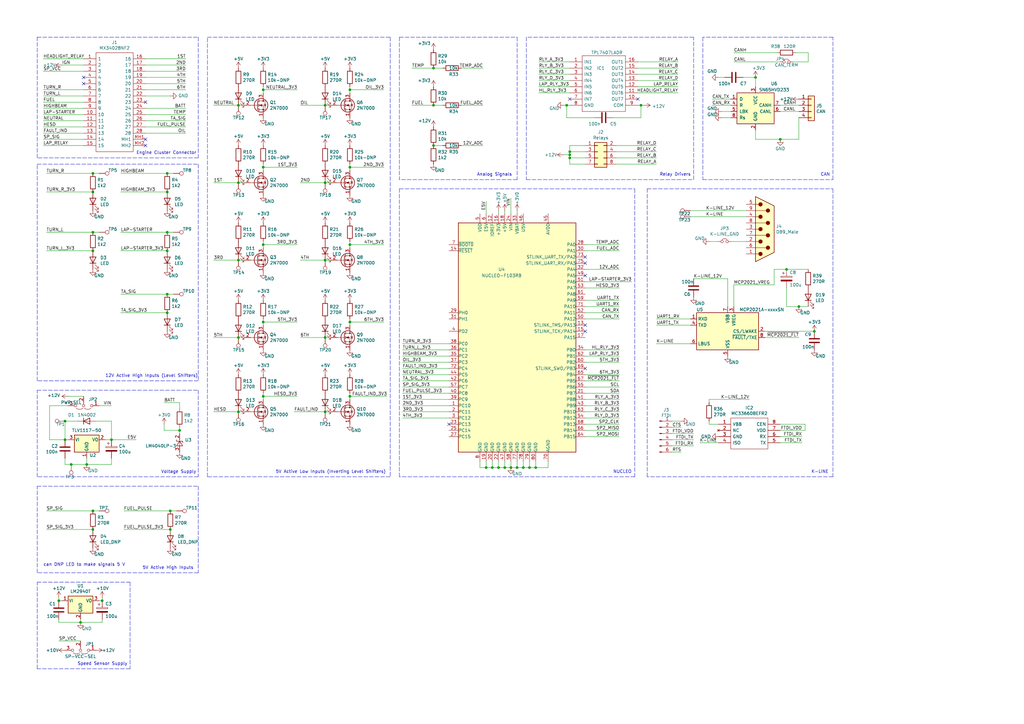
<source format=kicad_sch>
(kicad_sch (version 20231120) (generator "eeschema") (generator_version "8.0")
  (paper "A3")
  (junction (at 327.66 125.73))
  (junction (at 68.58 95.25))
  (junction (at 107.95 132.08))
  (junction (at 107.95 36.83))
  (junction (at 334.01 135.89))
  (junction (at 38.1 209.55))
  (junction (at 217.17 191.77))
  (junction (at 107.95 68.58))
  (junction (at 133.35 168.91))
  (junction (at 38.1 78.74))
  (junction (at 38.1 217.17))
  (junction (at 107.95 162.56))
  (junction (at 26.67 172.72))
  (junction (at 262.89 43.18))
  (junction (at 212.09 191.77))
  (junction (at 97.79 106.68))
  (junction (at 201.93 191.77))
  (junction (at 143.51 162.56))
  (junction (at 97.79 43.18))
  (junction (at 68.58 71.12))
  (junction (at 97.79 168.91))
  (junction (at 35.56 190.5))
  (junction (at 68.58 102.87))
  (junction (at 45.72 180.34))
  (junction (at 97.79 138.43))
  (junction (at 133.35 138.43))
  (junction (at 219.71 191.77))
  (junction (at 97.79 74.93))
  (junction (at 38.1 95.25))
  (junction (at 199.39 191.77))
  (junction (at 232.41 43.18))
  (junction (at 133.35 106.68))
  (junction (at 68.58 128.27))
  (junction (at 177.8 59.69))
  (junction (at 209.55 191.77))
  (junction (at 107.95 100.33))
  (junction (at 233.68 64.77))
  (junction (at 207.01 191.77))
  (junction (at 68.58 78.74))
  (junction (at 143.51 68.58))
  (junction (at 233.68 63.5))
  (junction (at 33.02 255.27))
  (junction (at 26.67 180.34))
  (junction (at 214.63 191.77))
  (junction (at 69.85 209.55))
  (junction (at 143.51 132.08))
  (junction (at 24.13 246.38))
  (junction (at 69.85 217.17))
  (junction (at 73.66 176.53))
  (junction (at 68.58 120.65))
  (junction (at 143.51 100.33))
  (junction (at 320.04 57.15))
  (junction (at 204.47 191.77))
  (junction (at 233.68 62.23))
  (junction (at 309.88 31.75))
  (junction (at 177.8 27.94))
  (junction (at 133.35 74.93))
  (junction (at 133.35 43.18))
  (junction (at 29.21 190.5))
  (junction (at 38.1 102.87))
  (junction (at 41.91 246.38))
  (junction (at 322.58 110.49))
  (junction (at 177.8 43.18))
  (junction (at 38.1 71.12))
  (junction (at 143.51 36.83))
  (no_connect (at 34.29 31.75))
  (no_connect (at 59.69 57.15))
  (no_connect (at 184.15 173.99))
  (no_connect (at 59.69 59.69))
  (no_connect (at 240.03 133.35))
  (no_connect (at 34.29 34.29))
  (no_connect (at 240.03 113.03))
  (no_connect (at 233.68 40.64))
  (no_connect (at 261.62 40.64))
  (no_connect (at 240.03 151.13))
  (no_connect (at 240.03 105.41))
  (no_connect (at 240.03 107.95))
  (no_connect (at 240.03 135.89))
  (no_connect (at 59.69 41.91))
  (wire (pts (xy 49.53 95.25) (xy 68.58 95.25)))
  (polyline (pts (xy 15.24 234.95) (xy 15.24 199.39)) (stroke (width 0) (type dash)))
  (wire (pts (xy 220.98 38.1) (xy 233.68 38.1)))
  (wire (pts (xy 209.55 81.28) (xy 209.55 87.63)))
  (polyline (pts (xy 81.28 199.39) (xy 81.28 234.95)) (stroke (width 0) (type dash)))
  (wire (pts (xy 17.78 59.69) (xy 34.29 59.69)))
  (wire (pts (xy 177.8 43.18) (xy 168.91 43.18)))
  (wire (pts (xy 300.99 125.73) (xy 300.99 116.84)))
  (wire (pts (xy 284.48 180.34) (xy 275.59 180.34)))
  (wire (pts (xy 224.79 189.23) (xy 224.79 191.77)))
  (wire (pts (xy 165.1 156.21) (xy 184.15 156.21)))
  (wire (pts (xy 59.69 54.61) (xy 76.2 54.61)))
  (polyline (pts (xy 53.34 238.76) (xy 53.34 274.32)) (stroke (width 0) (type dash)))
  (wire (pts (xy 26.67 187.96) (xy 26.67 190.5)))
  (wire (pts (xy 17.78 44.45) (xy 34.29 44.45)))
  (wire (pts (xy 231.14 43.18) (xy 232.41 43.18)))
  (wire (pts (xy 240.03 125.73) (xy 254 125.73)))
  (wire (pts (xy 143.51 130.81) (xy 143.51 132.08)))
  (wire (pts (xy 278.13 25.4) (xy 261.62 25.4)))
  (wire (pts (xy 299.72 99.06) (xy 306.07 99.06)))
  (wire (pts (xy 254 171.45) (xy 240.03 171.45)))
  (wire (pts (xy 143.51 99.06) (xy 143.51 100.33)))
  (wire (pts (xy 275.59 185.42) (xy 279.4 185.42)))
  (wire (pts (xy 100.33 43.18) (xy 97.79 43.18)))
  (wire (pts (xy 45.72 172.72) (xy 45.72 180.34)))
  (wire (pts (xy 317.5 110.49) (xy 322.58 110.49)))
  (wire (pts (xy 300.99 116.84) (xy 317.5 116.84)))
  (wire (pts (xy 220.98 27.94) (xy 233.68 27.94)))
  (wire (pts (xy 320.04 176.53) (xy 330.2 176.53)))
  (wire (pts (xy 40.64 246.38) (xy 41.91 246.38)))
  (wire (pts (xy 284.48 114.3) (xy 298.45 114.3)))
  (wire (pts (xy 87.63 106.68) (xy 97.79 106.68)))
  (wire (pts (xy 17.78 49.53) (xy 34.29 49.53)))
  (polyline (pts (xy 15.24 160.02) (xy 81.28 160.02)) (stroke (width 0) (type dash)))
  (wire (pts (xy 121.92 36.83) (xy 107.95 36.83)))
  (wire (pts (xy 31.75 172.72) (xy 26.67 172.72)))
  (wire (pts (xy 284.48 177.8) (xy 275.59 177.8)))
  (wire (pts (xy 330.2 173.99) (xy 330.2 176.53)))
  (wire (pts (xy 17.78 41.91) (xy 34.29 41.91)))
  (wire (pts (xy 240.03 123.19) (xy 254 123.19)))
  (polyline (pts (xy 81.28 234.95) (xy 15.24 234.95)) (stroke (width 0) (type dash)))
  (wire (pts (xy 240.03 100.33) (xy 254 100.33)))
  (wire (pts (xy 209.55 189.23) (xy 209.55 191.77)))
  (polyline (pts (xy 163.83 15.24) (xy 212.09 15.24)) (stroke (width 0) (type dash)))
  (wire (pts (xy 254 153.67) (xy 240.03 153.67)))
  (wire (pts (xy 165.1 163.83) (xy 184.15 163.83)))
  (wire (pts (xy 309.88 31.75) (xy 309.88 35.56)))
  (polyline (pts (xy 341.63 77.47) (xy 341.63 195.58)) (stroke (width 0) (type dash)))
  (wire (pts (xy 120.65 168.91) (xy 133.35 168.91)))
  (wire (pts (xy 217.17 189.23) (xy 217.17 191.77)))
  (polyline (pts (xy 341.63 195.58) (xy 265.43 195.58)) (stroke (width 0) (type dash)))
  (polyline (pts (xy 341.63 73.66) (xy 341.63 15.24)) (stroke (width 0) (type dash)))
  (wire (pts (xy 26.67 172.72) (xy 26.67 180.34)))
  (wire (pts (xy 27.94 180.34) (xy 26.67 180.34)))
  (wire (pts (xy 19.05 102.87) (xy 38.1 102.87)))
  (polyline (pts (xy 288.29 73.66) (xy 341.63 73.66)) (stroke (width 0) (type dash)))
  (wire (pts (xy 269.24 62.23) (xy 252.73 62.23)))
  (wire (pts (xy 233.68 62.23) (xy 233.68 59.69)))
  (wire (pts (xy 40.64 166.37) (xy 45.72 166.37)))
  (wire (pts (xy 290.83 163.83) (xy 290.83 165.1)))
  (wire (pts (xy 328.93 181.61) (xy 320.04 181.61)))
  (wire (pts (xy 261.62 38.1) (xy 278.13 38.1)))
  (wire (pts (xy 27.94 162.56) (xy 34.29 162.56)))
  (wire (pts (xy 35.56 190.5) (xy 45.72 190.5)))
  (wire (pts (xy 322.58 125.73) (xy 327.66 125.73)))
  (wire (pts (xy 135.89 106.68) (xy 133.35 106.68)))
  (wire (pts (xy 107.95 161.29) (xy 107.95 162.56)))
  (wire (pts (xy 40.64 209.55) (xy 38.1 209.55)))
  (polyline (pts (xy 212.09 73.66) (xy 163.83 73.66)) (stroke (width 0) (type dash)))
  (wire (pts (xy 69.85 39.37) (xy 59.69 39.37)))
  (wire (pts (xy 100.33 138.43) (xy 97.79 138.43)))
  (wire (pts (xy 50.8 209.55) (xy 69.85 209.55)))
  (wire (pts (xy 157.48 36.83) (xy 143.51 36.83)))
  (wire (pts (xy 240.03 156.21) (xy 254 156.21)))
  (wire (pts (xy 284.48 182.88) (xy 275.59 182.88)))
  (wire (pts (xy 233.68 64.77) (xy 233.68 63.5)))
  (wire (pts (xy 254 173.99) (xy 240.03 173.99)))
  (wire (pts (xy 165.1 158.75) (xy 184.15 158.75)))
  (wire (pts (xy 278.13 27.94) (xy 261.62 27.94)))
  (wire (pts (xy 17.78 29.21) (xy 34.29 29.21)))
  (wire (pts (xy 189.23 43.18) (xy 198.12 43.18)))
  (wire (pts (xy 320.04 45.72) (xy 327.66 45.72)))
  (wire (pts (xy 17.78 36.83) (xy 34.29 36.83)))
  (wire (pts (xy 17.78 52.07) (xy 34.29 52.07)))
  (wire (pts (xy 269.24 64.77) (xy 252.73 64.77)))
  (polyline (pts (xy 81.28 15.24) (xy 81.28 64.77)) (stroke (width 0) (type dash)))
  (wire (pts (xy 300.99 25.4) (xy 320.04 25.4)))
  (wire (pts (xy 26.67 190.5) (xy 29.21 190.5)))
  (polyline (pts (xy 15.24 67.31) (xy 81.28 67.31)) (stroke (width 0) (type dash)))
  (wire (pts (xy 49.53 71.12) (xy 68.58 71.12)))
  (wire (pts (xy 269.24 59.69) (xy 252.73 59.69)))
  (wire (pts (xy 254 176.53) (xy 240.03 176.53)))
  (wire (pts (xy 157.48 100.33) (xy 143.51 100.33)))
  (wire (pts (xy 68.58 95.25) (xy 71.12 95.25)))
  (wire (pts (xy 254 146.05) (xy 240.03 146.05)))
  (wire (pts (xy 233.68 67.31) (xy 233.68 64.77)))
  (wire (pts (xy 240.03 62.23) (xy 233.68 62.23)))
  (wire (pts (xy 177.8 43.18) (xy 181.61 43.18)))
  (polyline (pts (xy 81.28 64.77) (xy 15.24 64.77)) (stroke (width 0) (type dash)))
  (wire (pts (xy 290.83 173.99) (xy 294.64 173.99)))
  (wire (pts (xy 320.04 173.99) (xy 330.2 173.99)))
  (wire (pts (xy 294.64 31.75) (xy 297.18 31.75)))
  (wire (pts (xy 254 166.37) (xy 240.03 166.37)))
  (wire (pts (xy 59.69 29.21) (xy 76.2 29.21)))
  (wire (pts (xy 45.72 190.5) (xy 45.72 187.96)))
  (wire (pts (xy 199.39 191.77) (xy 201.93 191.77)))
  (wire (pts (xy 107.95 162.56) (xy 107.95 163.83)))
  (wire (pts (xy 41.91 245.11) (xy 41.91 246.38)))
  (wire (pts (xy 254 158.75) (xy 240.03 158.75)))
  (wire (pts (xy 199.39 189.23) (xy 199.39 191.77)))
  (wire (pts (xy 25.4 26.67) (xy 34.29 26.67)))
  (wire (pts (xy 143.51 162.56) (xy 143.51 163.83)))
  (wire (pts (xy 59.69 24.13) (xy 76.2 24.13)))
  (wire (pts (xy 232.41 43.18) (xy 233.68 43.18)))
  (wire (pts (xy 143.51 35.56) (xy 143.51 36.83)))
  (wire (pts (xy 233.68 59.69) (xy 240.03 59.69)))
  (wire (pts (xy 107.95 67.31) (xy 107.95 68.58)))
  (wire (pts (xy 107.95 35.56) (xy 107.95 36.83)))
  (wire (pts (xy 269.24 140.97) (xy 283.21 140.97)))
  (polyline (pts (xy 160.02 15.24) (xy 160.02 195.58)) (stroke (width 0) (type dash)))
  (wire (pts (xy 41.91 255.27) (xy 41.91 254)))
  (wire (pts (xy 209.55 191.77) (xy 212.09 191.77)))
  (wire (pts (xy 165.1 166.37) (xy 184.15 166.37)))
  (wire (pts (xy 59.69 31.75) (xy 76.2 31.75)))
  (wire (pts (xy 39.37 172.72) (xy 45.72 172.72)))
  (wire (pts (xy 196.85 189.23) (xy 196.85 191.77)))
  (wire (pts (xy 327.66 125.73) (xy 331.47 125.73)))
  (polyline (pts (xy 284.48 73.66) (xy 284.48 15.24)) (stroke (width 0) (type dash)))
  (wire (pts (xy 278.13 33.02) (xy 261.62 33.02)))
  (wire (pts (xy 143.51 36.83) (xy 143.51 38.1)))
  (wire (pts (xy 231.14 63.5) (xy 233.68 63.5)))
  (wire (pts (xy 309.88 57.15) (xy 320.04 57.15)))
  (wire (pts (xy 19.05 78.74) (xy 38.1 78.74)))
  (wire (pts (xy 254 143.51) (xy 240.03 143.51)))
  (wire (pts (xy 59.69 52.07) (xy 76.2 52.07)))
  (wire (pts (xy 34.29 54.61) (xy 17.78 54.61)))
  (wire (pts (xy 201.93 189.23) (xy 201.93 191.77)))
  (polyline (pts (xy 265.43 77.47) (xy 341.63 77.47)) (stroke (width 0) (type dash)))
  (wire (pts (xy 232.41 48.26) (xy 232.41 43.18)))
  (wire (pts (xy 295.91 48.26) (xy 299.72 48.26)))
  (polyline (pts (xy 81.28 156.21) (xy 15.24 156.21)) (stroke (width 0) (type dash)))
  (wire (pts (xy 264.16 43.18) (xy 262.89 43.18)))
  (wire (pts (xy 49.53 78.74) (xy 68.58 78.74)))
  (wire (pts (xy 219.71 191.77) (xy 219.71 189.23)))
  (polyline (pts (xy 15.24 199.39) (xy 81.28 199.39)) (stroke (width 0) (type dash)))
  (wire (pts (xy 143.51 161.29) (xy 143.51 162.56)))
  (wire (pts (xy 59.69 34.29) (xy 76.2 34.29)))
  (wire (pts (xy 165.1 148.59) (xy 184.15 148.59)))
  (polyline (pts (xy 260.35 77.47) (xy 260.35 195.58)) (stroke (width 0) (type dash)))
  (wire (pts (xy 73.66 177.8) (xy 73.66 176.53)))
  (wire (pts (xy 123.19 74.93) (xy 133.35 74.93)))
  (wire (pts (xy 189.23 59.69) (xy 198.12 59.69)))
  (wire (pts (xy 45.72 180.34) (xy 55.88 180.34)))
  (polyline (pts (xy 265.43 195.58) (xy 265.43 77.47)) (stroke (width 0) (type dash)))
  (wire (pts (xy 207.01 189.23) (xy 207.01 191.77)))
  (wire (pts (xy 313.69 135.89) (xy 334.01 135.89)))
  (wire (pts (xy 278.13 30.48) (xy 261.62 30.48)))
  (wire (pts (xy 300.99 21.59) (xy 318.77 21.59)))
  (wire (pts (xy 33.02 255.27) (xy 41.91 255.27)))
  (wire (pts (xy 254 148.59) (xy 240.03 148.59)))
  (wire (pts (xy 328.93 179.07) (xy 320.04 179.07)))
  (wire (pts (xy 240.03 102.87) (xy 254 102.87)))
  (wire (pts (xy 220.98 25.4) (xy 233.68 25.4)))
  (polyline (pts (xy 81.28 160.02) (xy 81.28 195.58)) (stroke (width 0) (type dash)))
  (wire (pts (xy 68.58 120.65) (xy 71.12 120.65)))
  (wire (pts (xy 283.21 130.81) (xy 269.24 130.81)))
  (wire (pts (xy 27.94 166.37) (xy 20.32 166.37)))
  (wire (pts (xy 123.19 138.43) (xy 133.35 138.43)))
  (polyline (pts (xy 15.24 274.32) (xy 15.24 238.76)) (stroke (width 0) (type dash)))
  (wire (pts (xy 287.02 181.61) (xy 294.64 181.61)))
  (wire (pts (xy 123.19 43.18) (xy 133.35 43.18)))
  (wire (pts (xy 17.78 39.37) (xy 34.29 39.37)))
  (wire (pts (xy 290.83 99.06) (xy 294.64 99.06)))
  (wire (pts (xy 87.63 74.93) (xy 97.79 74.93)))
  (wire (pts (xy 304.8 31.75) (xy 309.88 31.75)))
  (wire (pts (xy 322.58 110.49) (xy 331.47 110.49)))
  (wire (pts (xy 299.72 43.18) (xy 292.1 43.18)))
  (wire (pts (xy 73.66 176.53) (xy 67.31 176.53)))
  (wire (pts (xy 50.8 217.17) (xy 69.85 217.17)))
  (wire (pts (xy 87.63 138.43) (xy 97.79 138.43)))
  (wire (pts (xy 165.1 168.91) (xy 184.15 168.91)))
  (wire (pts (xy 143.51 100.33) (xy 143.51 101.6)))
  (wire (pts (xy 295.91 45.72) (xy 299.72 45.72)))
  (wire (pts (xy 24.13 254) (xy 24.13 255.27)))
  (wire (pts (xy 19.05 95.25) (xy 38.1 95.25)))
  (wire (pts (xy 220.98 30.48) (xy 233.68 30.48)))
  (wire (pts (xy 19.05 209.55) (xy 38.1 209.55)))
  (wire (pts (xy 251.46 48.26) (xy 262.89 48.26)))
  (wire (pts (xy 26.67 180.34) (xy 20.32 180.34)))
  (wire (pts (xy 87.63 43.18) (xy 97.79 43.18)))
  (wire (pts (xy 100.33 168.91) (xy 97.79 168.91)))
  (wire (pts (xy 43.18 180.34) (xy 45.72 180.34)))
  (wire (pts (xy 165.1 171.45) (xy 184.15 171.45)))
  (wire (pts (xy 243.84 48.26) (xy 232.41 48.26)))
  (wire (pts (xy 59.69 49.53) (xy 76.2 49.53)))
  (polyline (pts (xy 85.09 15.24) (xy 160.02 15.24)) (stroke (width 0) (type dash)))
  (polyline (pts (xy 260.35 195.58) (xy 163.83 195.58)) (stroke (width 0) (type dash)))
  (polyline (pts (xy 81.28 67.31) (xy 81.28 156.21)) (stroke (width 0) (type dash)))
  (wire (pts (xy 107.95 68.58) (xy 107.95 69.85)))
  (wire (pts (xy 107.95 36.83) (xy 107.95 38.1)))
  (polyline (pts (xy 15.24 238.76) (xy 53.34 238.76)) (stroke (width 0) (type dash)))
  (wire (pts (xy 121.92 100.33) (xy 107.95 100.33)))
  (polyline (pts (xy 212.09 15.24) (xy 212.09 73.66)) (stroke (width 0) (type dash)))
  (wire (pts (xy 49.53 120.65) (xy 68.58 120.65)))
  (wire (pts (xy 24.13 255.27) (xy 33.02 255.27)))
  (wire (pts (xy 283.21 88.9) (xy 306.07 88.9)))
  (wire (pts (xy 196.85 191.77) (xy 199.39 191.77)))
  (wire (pts (xy 283.21 86.36) (xy 306.07 86.36)))
  (wire (pts (xy 135.89 168.91) (xy 133.35 168.91)))
  (wire (pts (xy 121.92 68.58) (xy 107.95 68.58)))
  (wire (pts (xy 327.66 43.18) (xy 320.04 43.18)))
  (wire (pts (xy 262.89 48.26) (xy 262.89 43.18)))
  (wire (pts (xy 158.75 162.56) (xy 143.51 162.56)))
  (polyline (pts (xy 15.24 195.58) (xy 15.24 160.02)) (stroke (width 0) (type dash)))
  (wire (pts (xy 68.58 71.12) (xy 71.12 71.12)))
  (polyline (pts (xy 85.09 195.58) (xy 85.09 15.24)) (stroke (width 0) (type dash)))
  (wire (pts (xy 278.13 35.56) (xy 261.62 35.56)))
  (wire (pts (xy 204.47 191.77) (xy 207.01 191.77)))
  (polyline (pts (xy 341.63 15.24) (xy 288.29 15.24)) (stroke (width 0) (type dash)))
  (wire (pts (xy 165.1 151.13) (xy 184.15 151.13)))
  (polyline (pts (xy 81.28 195.58) (xy 15.24 195.58)) (stroke (width 0) (type dash)))
  (wire (pts (xy 254 179.07) (xy 240.03 179.07)))
  (wire (pts (xy 189.23 27.94) (xy 198.12 27.94)))
  (wire (pts (xy 309.88 53.34) (xy 309.88 57.15)))
  (wire (pts (xy 331.47 21.59) (xy 331.47 25.4)))
  (polyline (pts (xy 15.24 15.24) (xy 81.28 15.24)) (stroke (width 0) (type dash)))
  (wire (pts (xy 212.09 86.36) (xy 212.09 87.63)))
  (wire (pts (xy 220.98 33.02) (xy 233.68 33.02)))
  (polyline (pts (xy 163.83 77.47) (xy 260.35 77.47)) (stroke (width 0) (type dash)))
  (wire (pts (xy 290.83 172.72) (xy 290.83 173.99)))
  (wire (pts (xy 157.48 132.08) (xy 143.51 132.08)))
  (wire (pts (xy 165.1 153.67) (xy 184.15 153.67)))
  (wire (pts (xy 240.03 67.31) (xy 233.68 67.31)))
  (wire (pts (xy 165.1 146.05) (xy 184.15 146.05)))
  (polyline (pts (xy 288.29 15.24) (xy 288.29 73.66)) (stroke (width 0) (type dash)))
  (wire (pts (xy 254 118.11) (xy 240.03 118.11)))
  (wire (pts (xy 34.29 57.15) (xy 17.78 57.15)))
  (wire (pts (xy 67.31 173.99) (xy 67.31 176.53)))
  (wire (pts (xy 307.34 163.83) (xy 290.83 163.83)))
  (wire (pts (xy 49.53 128.27) (xy 68.58 128.27)))
  (wire (pts (xy 100.33 74.93) (xy 97.79 74.93)))
  (wire (pts (xy 201.93 191.77) (xy 204.47 191.77)))
  (wire (pts (xy 33.02 254) (xy 33.02 255.27)))
  (wire (pts (xy 107.95 132.08) (xy 107.95 133.35)))
  (wire (pts (xy 165.1 161.29) (xy 184.15 161.29)))
  (wire (pts (xy 17.78 46.99) (xy 34.29 46.99)))
  (wire (pts (xy 275.59 172.72) (xy 279.4 172.72)))
  (wire (pts (xy 143.51 67.31) (xy 143.51 68.58)))
  (wire (pts (xy 143.51 132.08) (xy 143.51 133.35)))
  (wire (pts (xy 24.13 262.89) (xy 33.02 262.89)))
  (polyline (pts (xy 53.34 274.32) (xy 15.24 274.32)) (stroke (width 0) (type dash)))
  (wire (pts (xy 121.92 132.08) (xy 107.95 132.08)))
  (wire (pts (xy 157.48 68.58) (xy 143.51 68.58)))
  (wire (pts (xy 320.04 57.15) (xy 327.66 57.15)))
  (polyline (pts (xy 163.83 15.24) (xy 163.83 73.66)) (stroke (width 0) (type dash)))
  (wire (pts (xy 107.95 100.33) (xy 107.95 101.6)))
  (wire (pts (xy 123.19 106.68) (xy 133.35 106.68)))
  (wire (pts (xy 298.45 114.3) (xy 298.45 125.73)))
  (wire (pts (xy 24.13 245.11) (xy 24.13 246.38)))
  (wire (pts (xy 177.8 27.94) (xy 181.61 27.94)))
  (wire (pts (xy 217.17 191.77) (xy 219.71 191.77)))
  (wire (pts (xy 29.21 190.5) (xy 35.56 190.5)))
  (wire (pts (xy 73.66 176.53) (xy 73.66 175.26)))
  (wire (pts (xy 269.24 67.31) (xy 252.73 67.31)))
  (wire (pts (xy 59.69 44.45) (xy 76.2 44.45)))
  (wire (pts (xy 331.47 25.4) (xy 325.12 25.4)))
  (wire (pts (xy 67.31 165.1) (xy 73.66 165.1)))
  (wire (pts (xy 181.61 59.69) (xy 177.8 59.69)))
  (wire (pts (xy 240.03 130.81) (xy 254 130.81)))
  (wire (pts (xy 24.13 246.38) (xy 25.4 246.38)))
  (wire (pts (xy 87.63 168.91) (xy 97.79 168.91)))
  (wire (pts (xy 220.98 35.56) (xy 233.68 35.56)))
  (wire (pts (xy 254 163.83) (xy 240.03 163.83)))
  (wire (pts (xy 165.1 143.51) (xy 184.15 143.51)))
  (polyline (pts (xy 15.24 64.77) (xy 15.24 15.24)) (stroke (width 0) (type dash)))
  (polyline (pts (xy 163.83 195.58) (xy 163.83 77.47)) (stroke (width 0) (type dash)))
  (wire (pts (xy 313.69 138.43) (xy 327.66 138.43)))
  (polyline (pts (xy 160.02 195.58) (xy 85.09 195.58)) (stroke (width 0) (type dash)))
  (wire (pts (xy 317.5 116.84) (xy 317.5 110.49)))
  (wire (pts (xy 59.69 46.99) (xy 76.2 46.99)))
  (wire (pts (xy 240.03 64.77) (xy 233.68 64.77)))
  (wire (pts (xy 204.47 86.36) (xy 204.47 87.63)))
  (wire (pts (xy 214.63 191.77) (xy 217.17 191.77)))
  (wire (pts (xy 59.69 36.83) (xy 76.2 36.83)))
  (wire (pts (xy 35.56 190.5) (xy 35.56 187.96)))
  (wire (pts (xy 177.8 27.94) (xy 168.91 27.94)))
  (wire (pts (xy 204.47 189.23) (xy 204.47 191.77)))
  (wire (pts (xy 212.09 189.23) (xy 212.09 191.77)))
  (wire (pts (xy 327.66 57.15) (xy 327.66 48.26)))
  (wire (pts (xy 49.53 102.87) (xy 68.58 102.87)))
  (polyline (pts (xy 215.9 73.66) (xy 284.48 73.66)) (stroke (width 0) (type dash)))
  (wire (pts (xy 207.01 86.36) (xy 207.01 87.63)))
  (wire (pts (xy 135.89 74.93) (xy 133.35 74.93)))
  (wire (pts (xy 254 168.91) (xy 240.03 168.91)))
  (wire (pts (xy 17.78 24.13) (xy 34.29 24.13)))
  (wire (pts (xy 275.59 175.26) (xy 279.4 175.26)))
  (wire (pts (xy 199.39 82.55) (xy 199.39 87.63)))
  (polyline (pts (xy 215.9 15.24) (xy 215.9 73.66)) (stroke (width 0) (type dash)))
  (wire (pts (xy 135.89 138.43) (xy 133.35 138.43)))
  (wire (pts (xy 59.69 26.67) (xy 76.2 26.67)))
  (wire (pts (xy 38.1 95.25) (xy 40.64 95.25)))
  (wire (pts (xy 212.09 191.77) (xy 214.63 191.77)))
  (wire (pts (xy 107.95 130.81) (xy 107.95 132.08)))
  (wire (pts (xy 254 161.29) (xy 240.03 161.29)))
  (polyline (pts (xy 284.48 15.24) (xy 215.9 15.24)) (stroke (width 0) (type dash)))
  (wire (pts (xy 100.33 106.68) (xy 97.79 106.68)))
  (wire (pts (xy 19.05 217.17) (xy 38.1 217.17)))
  (wire (pts (xy 207.01 191.77) (xy 209.55 191.77)))
  (polyline (pts (xy 15.24 156.21) (xy 15.24 67.31)) (stroke (width 0) (type dash)))
  (wire (pts (xy 69.85 209.55) (xy 72.39 209.55)))
  (wire (pts (xy 135.89 43.18) (xy 133.35 43.18)))
  (wire (pts (xy 299.72 40.64) (xy 292.1 40.64)))
  (wire (pts (xy 262.89 43.18) (xy 261.62 43.18)))
  (wire (pts (xy 233.68 63.5) (xy 233.68 62.23)))
  (wire (pts (xy 322.58 118.11) (xy 322.58 125.73)))
  (wire (pts (xy 20.32 166.37) (xy 20.32 180.34)))
  (wire (pts (xy 73.66 165.1) (xy 73.66 167.64)))
  (wire (pts (xy 224.79 191.77) (xy 219.71 191.77)))
  (wire (pts (xy 259.08 115.57) (xy 240.03 115.57)))
  (wire (pts (xy 165.1 140.97) (xy 184.15 140.97)))
  (wire (pts (xy 121.92 162.56) (xy 107.95 162.56)))
  (wire (pts (xy 19.05 71.12) (xy 38.1 71.12)))
  (wire (pts (xy 240.03 128.27) (xy 254 128.27)))
  (wire (pts (xy 254 110.49) (xy 240.03 110.49)))
  (wire (pts (xy 38.1 71.12) (xy 40.64 71.12)))
  (wire (pts (xy 143.51 68.58) (xy 143.51 69.85)))
  (wire (pts (xy 326.39 21.59) (xy 331.47 21.59)))
  (wire (pts (xy 107.95 99.06) (xy 107.95 100.33)))
  (wire (pts (xy 214.63 189.23) (xy 214.63 191.77)))
  (wire (pts (xy 283.21 133.35) (xy 269.24 133.35)))
  (text "5V Active High Inputs" (at 58.42 233.68 0) (effects (font (size 1.27 1.27)) (justify left bottom)))
  (text "K-LINE" (at 332.74 194.31 0) (effects (font (size 1.27 1.27)) (justify left bottom)))
  (text "CAN" (at 336.55 72.39 0) (effects (font (size 1.27 1.27)) (justify left bottom)))
  (text "12V Active High Inputs (Level Shifters)" (at 43.18 154.94 0) (effects (font (size 1.27 1.27)) (justify left bottom)))
  (text "Speed Sensor Supply" (at 31.75 273.05 0) (effects (font (size 1.27 1.27)) (justify left bottom)))
  (text "Relay Drivers" (at 270.51 72.39 0) (effects (font (size 1.27 1.27)) (justify left bottom)))
  (text "Analog Signals" (at 195.58 72.39 0) (effects (font (size 1.27 1.27)) (justify left bottom)))
  (text "Voltage Supply" (at 66.04 194.31 0) (effects (font (size 1.27 1.27)) (justify left bottom)))
  (text "NUCLEO" (at 251.46 194.31 0) (effects (font (size 1.27 1.27)) (justify left bottom)))
  (text "can DNP LED to make signals 5 V" (at 17.78 232.41 0) (effects (font (size 1.27 1.27)) (justify left bottom)))
  (text "5V Active Low Inputs (Inverting Level Shifters)" (at 113.03 194.31 0) (effects (font (size 1.27 1.27)) (justify left bottom)))
  (text "Engine Cluster Connector" (at 55.88 63.5 0) (effects (font (size 1.27 1.27)) (justify left bottom)))
  (label "LAP-STARTER_3V3" (at 259.08 115.57 180))
  (label "RLY_C_3V3" (at 220.98 30.48 0))
  (label "FTDI_VDD" (at 284.48 177.8 180))
  (label "3RD_3V3" (at 165.1 168.91 0))
  (label "LAP_RELAY" (at 278.13 35.56 180))
  (label "SP2_MISO" (at 254 176.53 180))
  (label "TURN_R" (at 17.78 36.83 0))
  (label "6TH_3V3" (at 254 153.67 180))
  (label "4TH_3V3" (at 165.1 171.45 0))
  (label "RELAY_C" (at 278.13 30.48 180))
  (label "HEADLIGHT_RELAY" (at 17.78 24.13 0))
  (label "CANH" (at 321.31 43.18 0))
  (label "E5V" (at 55.88 180.34 180))
  (label "OIL" (at 123.19 43.18 0))
  (label "LAP-STARTER_3V3" (at 49.53 102.87 0))
  (label "~{MCP2021_FLT}" (at 254 156.21 180))
  (label "NEUTRAL_3V3" (at 121.92 36.83 180))
  (label "FUEL" (at 168.91 43.18 0))
  (label "TURN_L_3V3" (at 165.1 143.51 0))
  (label "FUEL" (at 17.78 41.91 0))
  (label "HESD_3V3" (at 254 118.11 180))
  (label "HEADLIGHT_RELAY" (at 278.13 38.1 180))
  (label "K-LINE" (at 269.24 140.97 0))
  (label "RLY_C_3V3" (at 254 168.91 180))
  (label "UART1_TX" (at 269.24 133.35 0))
  (label "CANH" (at 300.99 21.59 0))
  (label "SDA" (at 254 161.29 180))
  (label "6TH" (at 123.19 138.43 0))
  (label "CAN_TX" (at 254 130.81 180))
  (label "1ST_3V3" (at 165.1 163.83 0))
  (label "12V_ADC" (at 254 110.49 180))
  (label "RLY_B_3V3" (at 220.98 27.94 0))
  (label "TA_SIG" (at 49.53 120.65 0))
  (label "TURN_L" (at 17.78 39.37 0))
  (label "5TH_3V3" (at 254 148.59 180))
  (label "6TH_3V3" (at 157.48 132.08 180))
  (label "1ST" (at 87.63 74.93 0))
  (label "NEUTRAL_3V3" (at 165.1 153.67 0))
  (label "LAP-STARTER" (at 49.53 95.25 0))
  (label "4TH_3V3" (at 157.48 100.33 180))
  (label "SP2_MOSI" (at 254 179.07 180))
  (label "SP_VCC" (at 24.13 262.89 0))
  (label "LAP_RLY_3V3" (at 254 146.05 180))
  (label "2ND" (at 76.2 26.67 180))
  (label "HL_RLY_3V3" (at 220.98 38.1 0))
  (label "TURN_L" (at 19.05 95.25 0))
  (label "RLY_A_3V3" (at 220.98 25.4 0))
  (label "HESD" (at 17.78 52.07 0))
  (label "CAN_RX" (at 292.1 43.18 0))
  (label "NEUTRAL" (at 17.78 49.53 0))
  (label "CTS" (at 279.4 175.26 180))
  (label "FUEL_ADC" (at 198.12 43.18 180))
  (label "RELAY_B" (at 269.24 64.77 180))
  (label "SP_SIG_3V3" (at 19.05 217.17 0))
  (label "TA_SIG_3V3" (at 165.1 156.21 0))
  (label "OIL" (at 76.2 54.61 180))
  (label "RLY_A_3V3" (at 254 163.83 180))
  (label "FAULT_IND" (at 120.65 168.91 0))
  (label "TURN_R_3V3" (at 19.05 78.74 0))
  (label "SP_SIG_3V3" (at 165.1 158.75 0))
  (label "RELAY_D" (at 269.24 59.69 180))
  (label "HIGHBEAM_3V3" (at 49.53 78.74 0))
  (label "FUEL_ADC" (at 254 102.87 180))
  (label "VIN" (at 209.55 81.28 270))
  (label "SP2_CLK" (at 254 173.99 180))
  (label "HIGHBEAM_3V3" (at 165.1 146.05 0))
  (label "K-LINE" (at 287.02 181.61 0))
  (label "~{MCP2021_FLT}" (at 327.66 138.43 180))
  (label "TEMP_ADC" (at 254 100.33 180))
  (label "TURN_L_3V3" (at 19.05 102.87 0))
  (label "TURN_R_3V3" (at 165.1 140.97 0))
  (label "2ND" (at 123.19 74.93 0))
  (label "FAULT_IND_3V3" (at 158.75 162.56 180))
  (label "MCP2021_VREG" (at 300.99 116.84 0))
  (label "5TH" (at 87.63 138.43 0))
  (label "12V_ADC" (at 198.12 59.69 180))
  (label "K-LINE_12V" (at 307.34 163.83 180))
  (label "RELAY_A" (at 278.13 25.4 180))
  (label "VIN" (at 45.72 166.37 180))
  (label "RELAY_A" (at 269.24 67.31 180))
  (label "K-LINE" (at 289.56 88.9 0))
  (label "HESD" (at 87.63 168.91 0))
  (label "CANL" (at 300.99 25.4 0))
  (label "FTDI_TX" (at 328.93 181.61 180))
  (label "TURN_R" (at 19.05 71.12 0))
  (label "BATT" (at 76.2 44.45 180))
  (label "FUEL_PULSE_3V3" (at 165.1 161.29 0))
  (label "BATT" (at 67.31 165.1 0))
  (label "FUEL_PULSE" (at 50.8 209.55 0))
  (label "LAP-STARTER" (at 17.78 46.99 0))
  (label "FAULT_IND_3V3" (at 165.1 151.13 0))
  (label "K-LINE_12V" (at 289.56 86.36 0))
  (label "UART1_RX" (at 269.24 130.81 0))
  (label "SP_VCC" (at 17.78 29.21 0))
  (label "TA_SIG_3V3" (at 49.53 128.27 0))
  (label "4TH" (at 123.19 106.68 0))
  (label "FUEL_PULSE" (at 76.2 52.07 180))
  (label "LAP_RLY_3V3" (at 220.98 35.56 0))
  (label "5TH_3V3" (at 121.92 132.08 180))
  (label "NEUTRAL" (at 87.63 43.18 0))
  (label "3RD_3V3" (at 121.92 100.33 180))
  (label "4TH" (at 76.2 31.75 180))
  (label "OIL_3V3" (at 157.48 36.83 180))
  (label "FTDI_RX" (at 328.93 179.07 180))
  (label "HIGHBEAM" (at 49.53 71.12 0))
  (label "OIL_3V3" (at 165.1 148.59 0))
  (label "SP_SIG" (at 19.05 209.55 0))
  (label "TEMP_ADC" (at 198.12 27.94 180))
  (label "HESD_3V3" (at 121.92 162.56 180))
  (label "TA_SIG" (at 76.2 49.53 180))
  (label "FAULT_IND" (at 17.78 54.61 0))
  (label "CANL" (at 321.31 45.72 0))
  (label "FUEL_PULSE_3V3" (at 50.8 217.17 0))
  (label "E5V" (at 199.39 82.55 270))
  (label "UART1_RX" (at 254 125.73 180))
  (label "CAN_TX" (at 292.1 40.64 0))
  (label "2ND_3V3" (at 157.48 68.58 180))
  (label "1ST" (at 76.2 24.13 180))
  (label "3RD" (at 76.2 29.21 180))
  (label "5TH" (at 76.2 34.29 180))
  (label "LAP_RELAY" (at 17.78 59.69 0))
  (label "FTDI_VDD" (at 328.93 176.53 180))
  (label "UART1_TX" (at 254 123.19 180))
  (label "TEMP" (at 168.91 27.94 0))
  (label "SP_SIG" (at 17.78 57.15 0))
  (label "6TH" (at 76.2 36.83 180))
  (label "FTDI_TX" (at 284.48 180.34 180))
  (label "RLY_B_3V3" (at 254 166.37 180))
  (label "RELAY_C" (at 269.24 62.23 180))
  (label "FTDI_RX" (at 284.48 182.88 180))
  (label "2ND_3V3" (at 165.1 166.37 0))
  (label "RTS" (at 279.4 185.42 180))
  (label "HIGHBEAM" (at 17.78 44.45 0))
  (label "IGN" (at 25.4 26.67 0))
  (label "CAN_RX" (at 254 128.27 180))
  (label "SCL" (at 254 158.75 180))
  (label "K-LINE_12V" (at 284.48 114.3 0))
  (label "TEMP" (at 76.2 46.99 180))
  (label "RELAY_D" (at 278.13 33.02 180))
  (label "HL_RLY_3V3" (at 254 143.51 180))
  (label "RLY_D_3V3" (at 254 171.45 180))
  (label "3RD" (at 87.63 106.68 0))
  (label "RELAY_B" (at 278.13 27.94 180))
  (label "RLY_D_3V3" (at 220.98 33.02 0))
  (label "1ST_3V3" (at 121.92 68.58 180))
  (symbol (lib_id "SamacSys_Parts:MX34028NF2") (at 34.29 24.13 0) (unit 1)
    (property "Reference" "J1" (at 46.99 17.399 0))
    (property "Value" "MX34028NF2" (at 46.99 19.7104 0))
    (property "Footprint" "SamacSys_Parts:MX34028NF2" (effects (hide yes)))
    (property "Datasheet" "https://www.jae.com/direct/topics/topics_file_download/topics_id=64935&ext_no=06&_lang=en&v=" (effects (hide yes)))
    (property "Description" "Compact non-waterproof automotive connector, High-density, ECU, switches, and sensors, 28 pos. Right angle Pin header" (effects (hide yes)))
    (property "Height" "15.9" (effects (hide yes)))
    (property "Mouser Part Number" "656-MX34028NF2" (effects (hide yes)))
    (property "Mouser Price/Stock" "https://www.mouser.co.uk/ProductDetail/JAE-Electronics/MX34028NF2?qs=e1Y2jJE%2FU%252BtdvtFL%2FwVsaQ%3D%3D" (effects (hide yes)))
    (property "Manufacturer_Name" "JAE" (effects (hide yes)))
    (property "Manufacturer_Part_Number" "MX34028NF2" (effects (hide yes)))
  )
  (symbol (lib_id "CustomComponents:NUCLEO-F103RB") (at 212.09 138.43 0) (unit 1)
    (property "Reference" "U4" (at 205.74 110.49 0))
    (property "Value" "NUCLEO-F103RB" (at 205.74 113.03 0))
    (property "Footprint" "custom:ST_Morpho_Connector_64" (effects (hide yes)))
    (property "Datasheet" "http://www.st.com/st-web-ui/static/active/en/resource/technical/document/data_brief/DM00105918.pdf" (effects (hide yes)))
  )
  (symbol (lib_id "EIM_devboard-rescue:GND-power") (at 69.85 39.37 90) (unit 1)
    (property "Reference" "#PWR0101" (effects (hide yes)))
    (property "Value" "GND" (at 73.1012 39.243 90) (effects (justify right)))
  )
  (symbol (lib_id "EIM_devboard-rescue:GND-power") (at 209.55 191.77 0) (unit 1)
    (property "Reference" "#PWR0102" (effects (hide yes)))
    (property "Value" "GND" (at 212.09 194.31 0))
  )
  (symbol (lib_id "Device:R") (at 38.1 74.93 0) (unit 1)
    (property "Reference" "R1" (at 39.878 73.7616 0) (effects (justify left)))
    (property "Value" "1k2" (at 39.878 76.073 0) (effects (justify left)))
    (property "Footprint" "Resistor_THT:R_Axial_DIN0204_L3.6mm_D1.6mm_P7.62mm_Horizontal" (effects (hide yes)))
  )
  (symbol (lib_id "EIM_devboard-rescue:GND-power") (at 38.1 86.36 0) (unit 1)
    (property "Reference" "#PWR0103" (effects (hide yes)))
    (property "Value" "GND" (at 40.64 88.9 0))
  )
  (symbol (lib_id "EIM_devboard-rescue:GND-power") (at 38.1 110.49 0) (unit 1)
    (property "Reference" "#PWR0104" (effects (hide yes)))
    (property "Value" "GND" (at 40.64 113.03 0))
  )
  (symbol (lib_id "EIM_devboard-rescue:GND-power") (at 68.58 86.36 0) (unit 1)
    (property "Reference" "#PWR0105" (effects (hide yes)))
    (property "Value" "GND" (at 71.12 88.9 0))
  )
  (symbol (lib_id "EIM_devboard-rescue:GND-power") (at 68.58 110.49 0) (unit 1)
    (property "Reference" "#PWR0106" (effects (hide yes)))
    (property "Value" "GND" (at 71.12 113.03 0))
  )
  (symbol (lib_id "EIM_devboard-rescue:GND-power") (at 68.58 135.89 0) (unit 1)
    (property "Reference" "#PWR0107" (effects (hide yes)))
    (property "Value" "GND" (at 71.12 138.43 0))
  )
  (symbol (lib_id "EIM_devboard-rescue:GND-power") (at 69.85 224.79 0) (unit 1)
    (property "Reference" "#PWR0111" (effects (hide yes)))
    (property "Value" "GND" (at 72.39 227.33 0))
  )
  (symbol (lib_id "SamacSys_Parts:MC33660BEFR2") (at 294.64 173.99 0) (unit 1)
    (property "Reference" "IC2" (at 307.34 167.259 0))
    (property "Value" "MC33660BEFR2" (at 307.34 169.5704 0))
    (property "Footprint" "SamacSys_Parts:SOIC127P600X175-8N" (effects (hide yes)))
    (property "Datasheet" "http://www.nxp.com/docs/en/data-sheet/MC33660.pdf" (effects (hide yes)))
    (property "Description" "TRANSCEIVER PHYSICAL LAYER ISO" (effects (hide yes)))
    (property "Height" "1.75" (effects (hide yes)))
    (property "Mouser Part Number" "841-MC33660BEFR2" (effects (hide yes)))
    (property "Mouser Price/Stock" "https://www.mouser.co.uk/ProductDetail/NXP-Semiconductors/MC33660BEFR2?qs=RECgZY%252BK1xJieaNTYUUn4w%3D%3D" (effects (hide yes)))
    (property "Manufacturer_Name" "NXP" (effects (hide yes)))
    (property "Manufacturer_Part_Number" "MC33660BEFR2" (effects (hide yes)))
  )
  (symbol (lib_id "Device:LED") (at 38.1 82.55 90) (unit 1)
    (property "Reference" "D2" (at 41.0718 81.5594 90) (effects (justify right)))
    (property "Value" "LED" (at 41.0718 83.8708 90) (effects (justify right)))
    (property "Footprint" "LED_THT:LED_D3.0mm" (effects (hide yes)))
  )
  (symbol (lib_id "Device:R") (at 68.58 74.93 0) (unit 1)
    (property "Reference" "R4" (at 70.358 73.7616 0) (effects (justify left)))
    (property "Value" "1k2" (at 70.358 76.073 0) (effects (justify left)))
    (property "Footprint" "Resistor_THT:R_Axial_DIN0204_L3.6mm_D1.6mm_P7.62mm_Horizontal" (effects (hide yes)))
  )
  (symbol (lib_id "Device:R") (at 38.1 99.06 0) (unit 1)
    (property "Reference" "R2" (at 39.878 97.8916 0) (effects (justify left)))
    (property "Value" "1k2" (at 39.878 100.203 0) (effects (justify left)))
    (property "Footprint" "Resistor_THT:R_Axial_DIN0204_L3.6mm_D1.6mm_P7.62mm_Horizontal" (effects (hide yes)))
  )
  (symbol (lib_id "Device:R") (at 68.58 99.06 0) (unit 1)
    (property "Reference" "R5" (at 70.358 97.8916 0) (effects (justify left)))
    (property "Value" "1k2" (at 70.358 100.203 0) (effects (justify left)))
    (property "Footprint" "Resistor_THT:R_Axial_DIN0204_L3.6mm_D1.6mm_P7.62mm_Horizontal" (effects (hide yes)))
  )
  (symbol (lib_id "Device:R") (at 68.58 124.46 0) (unit 1)
    (property "Reference" "R6" (at 70.358 123.2916 0) (effects (justify left)))
    (property "Value" "1k2" (at 70.358 125.603 0) (effects (justify left)))
    (property "Footprint" "Resistor_THT:R_Axial_DIN0204_L3.6mm_D1.6mm_P7.62mm_Horizontal" (effects (hide yes)))
  )
  (symbol (lib_id "Device:LED") (at 68.58 82.55 90) (unit 1)
    (property "Reference" "D5" (at 71.5518 81.5594 90) (effects (justify right)))
    (property "Value" "LED" (at 71.5518 83.8708 90) (effects (justify right)))
    (property "Footprint" "LED_THT:LED_D3.0mm" (effects (hide yes)))
  )
  (symbol (lib_id "Device:LED") (at 38.1 106.68 90) (unit 1)
    (property "Reference" "D3" (at 41.0718 105.6894 90) (effects (justify right)))
    (property "Value" "LED" (at 41.0718 108.0008 90) (effects (justify right)))
    (property "Footprint" "LED_THT:LED_D3.0mm" (effects (hide yes)))
  )
  (symbol (lib_id "Device:LED") (at 68.58 106.68 90) (unit 1)
    (property "Reference" "D6" (at 71.5518 105.6894 90) (effects (justify right)))
    (property "Value" "LED" (at 71.5518 108.0008 90) (effects (justify right)))
    (property "Footprint" "LED_THT:LED_D3.0mm" (effects (hide yes)))
  )
  (symbol (lib_id "Device:LED") (at 68.58 132.08 90) (unit 1)
    (property "Reference" "D7" (at 71.5518 131.0894 90) (effects (justify right)))
    (property "Value" "LED" (at 71.5518 133.4008 90) (effects (justify right)))
    (property "Footprint" "LED_THT:LED_D3.0mm" (effects (hide yes)))
  )
  (symbol (lib_id "Device:LED") (at 69.85 220.98 90) (unit 1)
    (property "Reference" "D8" (at 72.8218 219.9894 90) (effects (justify right)))
    (property "Value" "LED_DNP" (at 72.8218 222.3008 90) (effects (justify right)))
    (property "Footprint" "LED_THT:LED_D3.0mm" (effects (hide yes)))
  )
  (symbol (lib_id "Interface_CAN_LIN:MCP2021A-xxxxSN") (at 298.45 135.89 0) (unit 1)
    (property "Reference" "U5" (at 287.02 127 0))
    (property "Value" "MCP2021A-xxxxSN" (at 312.42 127 0))
    (property "Footprint" "Package_SO:SOIC-8_3.9x4.9mm_P1.27mm" (effects (hide yes)))
    (property "Datasheet" "http://ww1.microchip.com/downloads/en/DeviceDoc/20002298C.pdf" (effects (hide yes)))
  )
  (symbol (lib_id "Connector:TestPoint") (at 40.64 71.12 270) (unit 1)
    (property "Reference" "TP5" (at 44.45 69.85 90) (effects (justify left)))
    (property "Value" "TP" (effects (hide yes)))
    (property "Footprint" "TestPoint:TestPoint_Loop_D2.60mm_Drill1.6mm_Beaded" (effects (hide yes)))
  )
  (symbol (lib_id "Regulator_Linear:TLV1117-50") (at 35.56 180.34 0) (unit 1)
    (property "Reference" "U2" (at 38.1 186.69 0))
    (property "Value" "TLV1117-50" (at 35.56 176.5046 0))
    (property "Footprint" "Package_TO_SOT_SMD:SOT-223-3_TabPin2" (effects (hide yes)))
    (property "Datasheet" "http://www.ti.com/lit/ds/symlink/tlv1117.pdf" (effects (hide yes)))
  )
  (symbol (lib_id "Device:C") (at 26.67 184.15 0) (mirror x) (unit 1)
    (property "Reference" "C2" (at 23.749 182.9816 0) (effects (justify right)))
    (property "Value" "100n" (at 23.749 185.293 0) (effects (justify right)))
    (property "Footprint" "Capacitor_THT:C_Disc_D6.0mm_W2.5mm_P5.00mm" (effects (hide yes)))
  )
  (symbol (lib_id "EIM_devboard-rescue:GND-power") (at 35.56 190.5 0) (unit 1)
    (property "Reference" "#PWR0108" (effects (hide yes)))
    (property "Value" "GND" (at 38.1 193.04 0))
  )
  (symbol (lib_id "EIM_devboard-rescue:CP-Device") (at 45.72 184.15 0) (unit 1)
    (property "Reference" "C4" (at 48.7172 182.9816 0) (effects (justify left)))
    (property "Value" "100u" (at 48.7172 185.293 0) (effects (justify left)))
    (property "Footprint" "Capacitor_THT:CP_Radial_D5.0mm_P2.00mm" (effects (hide yes)))
  )
  (symbol (lib_id "Diode:1N4002") (at 35.56 172.72 0) (unit 1)
    (property "Reference" "D1" (at 29.21 170.18 0))
    (property "Value" "1N4002" (at 35.56 170.18 0))
    (property "Footprint" "Diode_THT:D_DO-41_SOD81_P10.16mm_Horizontal" (effects (hide yes)))
    (property "Datasheet" "http://www.vishay.com/docs/88503/1n4001.pdf" (effects (hide yes)))
  )
  (symbol (lib_id "EIM_devboard-rescue:+5V-power") (at 207.01 86.36 0) (unit 1)
    (property "Reference" "#PWR0109" (effects (hide yes)))
    (property "Value" "+5V" (at 207.01 81.28 90))
  )
  (symbol (lib_id "SamacSys_Parts:TPL7407LADR") (at 233.68 25.4 0) (unit 1)
    (property "Reference" "IC1" (at 246.38 27.94 0))
    (property "Value" "TPL7407LADR" (at 248.92 21.59 0))
    (property "Footprint" "SamacSys_Parts:SOIC127P600X175-16N" (effects (hide yes)))
    (property "Datasheet" "http://www.ti.com/lit/gpn/tpl7407la" (effects (hide yes)))
    (property "Description" "Gate Drivers 30-V, 7-Channel NMOS Array Low-Side Driver 16-SOIC -40 to 125" (effects (hide yes)))
    (property "Height" "1.75" (effects (hide yes)))
    (property "Mouser Part Number" "595-TPL7407LADR" (effects (hide yes)))
    (property "Mouser Price/Stock" "https://www.mouser.com/Search/Refine.aspx?Keyword=595-TPL7407LADR" (effects (hide yes)))
    (property "Manufacturer_Name" "Texas Instruments" (effects (hide yes)))
    (property "Manufacturer_Part_Number" "TPL7407LADR" (effects (hide yes)))
  )
  (symbol (lib_id "Interface_CAN_LIN:SN65HVD233") (at 309.88 43.18 0) (unit 1)
    (property "Reference" "U6" (at 317.5 34.29 0))
    (property "Value" "SN65HVD233" (at 317.5 36.83 0))
    (property "Footprint" "Package_SO:SOIC-8_3.9x4.9mm_P1.27mm" (effects (hide yes)))
    (property "Datasheet" "http://www.ti.com/lit/ds/symlink/sn65hvd234.pdf" (effects (hide yes)))
  )
  (symbol (lib_id "Device:C") (at 247.65 48.26 90) (unit 1)
    (property "Reference" "C5" (at 250.19 50.8 90) (effects (justify right)))
    (property "Value" "100n" (at 241.3 50.8 90) (effects (justify right)))
    (property "Footprint" "Capacitor_THT:C_Disc_D6.0mm_W2.5mm_P5.00mm" (effects (hide yes)))
  )
  (symbol (lib_id "EIM_devboard-rescue:+12V-power") (at 264.16 43.18 270) (unit 1)
    (property "Reference" "#PWR0139" (effects (hide yes)))
    (property "Value" "+12V" (at 267.4112 43.561 90) (effects (justify left)))
  )
  (symbol (lib_id "EIM_devboard-rescue:GND-power") (at 38.1 224.79 0) (unit 1)
    (property "Reference" "#PWR0110" (effects (hide yes)))
    (property "Value" "GND" (at 40.64 227.33 0))
  )
  (symbol (lib_id "Device:R") (at 38.1 213.36 0) (unit 1)
    (property "Reference" "R3" (at 39.878 212.1916 0) (effects (justify left)))
    (property "Value" "270R" (at 39.878 214.503 0) (effects (justify left)))
    (property "Footprint" "Resistor_THT:R_Axial_DIN0204_L3.6mm_D1.6mm_P7.62mm_Horizontal" (effects (hide yes)))
  )
  (symbol (lib_id "Device:LED") (at 38.1 220.98 90) (unit 1)
    (property "Reference" "D4" (at 41.0718 219.9894 90) (effects (justify right)))
    (property "Value" "LED_DNP" (at 41.0718 222.3008 90) (effects (justify right)))
    (property "Footprint" "LED_THT:LED_D3.0mm" (effects (hide yes)))
  )
  (symbol (lib_id "EIM_devboard-rescue:GND-power") (at 231.14 43.18 270) (unit 1)
    (property "Reference" "#PWR0140" (effects (hide yes)))
    (property "Value" "GND" (at 227.33 44.45 90))
  )
  (symbol (lib_id "Connector:TestPoint") (at 71.12 71.12 270) (unit 1)
    (property "Reference" "TP8" (at 74.93 69.85 90) (effects (justify left)))
    (property "Value" "TP" (effects (hide yes)))
    (property "Footprint" "TestPoint:TestPoint_Loop_D2.60mm_Drill1.6mm_Beaded" (effects (hide yes)))
  )
  (symbol (lib_id "Connector:TestPoint") (at 40.64 95.25 270) (unit 1)
    (property "Reference" "TP6" (at 44.45 93.98 90) (effects (justify left)))
    (property "Value" "TP" (effects (hide yes)))
    (property "Footprint" "TestPoint:TestPoint_Loop_D2.60mm_Drill1.6mm_Beaded" (effects (hide yes)))
  )
  (symbol (lib_id "Connector:TestPoint") (at 71.12 95.25 270) (unit 1)
    (property "Reference" "TP9" (at 74.93 93.98 90) (effects (justify left)))
    (property "Value" "TP" (effects (hide yes)))
    (property "Footprint" "TestPoint:TestPoint_Loop_D2.60mm_Drill1.6mm_Beaded" (effects (hide yes)))
  )
  (symbol (lib_id "Connector:TestPoint") (at 71.12 120.65 270) (unit 1)
    (property "Reference" "TP10" (at 74.93 119.38 90) (effects (justify left)))
    (property "Value" "TP" (effects (hide yes)))
    (property "Footprint" "TestPoint:TestPoint_Loop_D2.60mm_Drill1.6mm_Beaded" (effects (hide yes)))
  )
  (symbol (lib_id "Connector:TestPoint") (at 72.39 209.55 270) (unit 1)
    (property "Reference" "TP11" (at 76.2 208.28 90) (effects (justify left)))
    (property "Value" "TP" (effects (hide yes)))
    (property "Footprint" "TestPoint:TestPoint_Loop_D2.60mm_Drill1.6mm_Beaded" (effects (hide yes)))
  )
  (symbol (lib_id "Connector:TestPoint") (at 40.64 209.55 270) (unit 1)
    (property "Reference" "TP7" (at 40.64 208.28 90) (effects (justify left)))
    (property "Value" "TP" (effects (hide yes)))
    (property "Footprint" "TestPoint:TestPoint_Loop_D2.60mm_Drill1.6mm_Beaded" (effects (hide yes)))
  )
  (symbol (lib_id "Connector:TestPoint") (at 26.67 172.72 90) (unit 1)
    (property "Reference" "TP1" (at 26.67 173.99 90) (effects (justify left)))
    (property "Value" "TP" (effects (hide yes)))
    (property "Footprint" "TestPoint:TestPoint_Loop_D2.60mm_Drill1.6mm_Beaded" (effects (hide yes)))
  )
  (symbol (lib_id "Connector:TestPoint") (at 29.21 190.5 180) (unit 1)
    (property "Reference" "TP3" (at 30.48 195.58 0) (effects (justify left)))
    (property "Value" "TP" (effects (hide yes)))
    (property "Footprint" "TestPoint:TestPoint_Loop_D2.60mm_Drill1.6mm_Beaded" (effects (hide yes)))
  )
  (symbol (lib_id "Reference_Voltage:LM4040LP-3") (at 73.66 181.61 90) (unit 1)
    (property "Reference" "U3" (at 75.8698 180.4416 90) (effects (justify right)))
    (property "Value" "LM4040LP-3" (at 59.69 182.88 90) (effects (justify right)))
    (property "Footprint" "Package_TO_SOT_THT:TO-92_Inline" (effects (hide yes)))
    (property "Datasheet" "http://www.ti.com/lit/ds/symlink/lm4040-n.pdf" (effects (hide yes)))
  )
  (symbol (lib_id "EIM_devboard-rescue:+3V3-power") (at 204.47 86.36 0) (unit 1)
    (property "Reference" "#PWR0112" (effects (hide yes)))
    (property "Value" "+3V3" (at 204.47 81.28 90))
  )
  (symbol (lib_id "Device:R") (at 73.66 171.45 0) (unit 1)
    (property "Reference" "R8" (at 75.438 170.2816 0) (effects (justify left)))
    (property "Value" "1k2" (at 75.438 172.593 0) (effects (justify left)))
    (property "Footprint" "Resistor_THT:R_Axial_DIN0204_L3.6mm_D1.6mm_P7.62mm_Horizontal" (effects (hide yes)))
  )
  (symbol (lib_id "EIM_devboard-rescue:GND-power") (at 73.66 185.42 0) (unit 1)
    (property "Reference" "#PWR0113" (effects (hide yes)))
    (property "Value" "GND" (at 76.2 187.96 0))
  )
  (symbol (lib_id "EIM_devboard-rescue:+3V0-power") (at 67.31 173.99 0) (unit 1)
    (property "Reference" "#PWR0114" (effects (hide yes)))
    (property "Value" "+3V0" (at 67.31 170.18 0))
  )
  (symbol (lib_id "EIM_devboard-rescue:+3V0-power") (at 212.09 86.36 0) (unit 1)
    (property "Reference" "#PWR0115" (effects (hide yes)))
    (property "Value" "+3V0" (at 212.09 81.28 90))
  )
  (symbol (lib_id "EIM_devboard-rescue:Jumper_3_Open-Jumper") (at 34.29 166.37 180) (unit 1)
    (property "Reference" "JP2" (at 38.1 163.83 0))
    (property "Value" "PWR_SEL" (at 29.21 165.1 0))
    (property "Footprint" "Connector_PinHeader_2.54mm:PinHeader_1x03_P2.54mm_Vertical" (effects (hide yes)))
  )
  (symbol (lib_id "EIM_devboard-rescue:+3V3-power") (at 177.8 20.32 0) (unit 1)
    (property "Reference" "#PWR0141" (effects (hide yes)))
    (property "Value" "+3V3" (at 173.99 17.78 0))
  )
  (symbol (lib_id "EIM_devboard-rescue:Jumper_3_Open-Jumper") (at 33.02 266.7 180) (unit 1)
    (property "Reference" "JP1" (at 36.83 264.16 0))
    (property "Value" "SP-VCC-SEL" (at 33.02 269.24 0))
    (property "Footprint" "Connector_PinHeader_2.54mm:PinHeader_1x03_P2.54mm_Vertical" (effects (hide yes)))
  )
  (symbol (lib_id "Regulator_Linear:LM2937xT") (at 33.02 246.38 0) (unit 1)
    (property "Reference" "U1" (at 33.02 240.2332 0))
    (property "Value" "LM2940T" (at 33.02 242.5446 0))
    (property "Footprint" "Package_TO_SOT_THT:TO-220-3_Vertical" (effects (hide yes)))
    (property "Datasheet" "http://www.ti.com/lit/ds/symlink/lm2937.pdf" (effects (hide yes)))
  )
  (symbol (lib_id "Device:R") (at 177.8 24.13 0) (unit 1)
    (property "Reference" "R29" (at 179.578 22.9616 0) (effects (justify left)))
    (property "Value" "10k" (at 179.578 25.273 0) (effects (justify left)))
    (property "Footprint" "Resistor_THT:R_Axial_DIN0204_L3.6mm_D1.6mm_P7.62mm_Horizontal" (effects (hide yes)))
  )
  (symbol (lib_id "EIM_devboard-rescue:GND-power") (at 33.02 255.27 0) (unit 1)
    (property "Reference" "#PWR0116" (effects (hide yes)))
    (property "Value" "GND" (at 35.56 257.81 0))
  )
  (symbol (lib_id "Device:C") (at 24.13 250.19 0) (mirror x) (unit 1)
    (property "Reference" "C1" (at 22.86 247.65 0) (effects (justify right)))
    (property "Value" "100n" (at 24.13 252.73 0) (effects (justify right)))
    (property "Footprint" "Capacitor_THT:C_Disc_D6.0mm_W2.5mm_P5.00mm" (effects (hide yes)))
  )
  (symbol (lib_id "Device:R") (at 185.42 27.94 270) (unit 1)
    (property "Reference" "R33" (at 184.15 30.48 90) (effects (justify left)))
    (property "Value" "10k" (at 184.15 27.94 90) (effects (justify left)))
    (property "Footprint" "Resistor_THT:R_Axial_DIN0204_L3.6mm_D1.6mm_P7.62mm_Horizontal" (effects (hide yes)))
  )
  (symbol (lib_id "EIM_devboard-rescue:CP-Device") (at 41.91 250.19 0) (unit 1)
    (property "Reference" "C3" (at 43.18 247.65 0) (effects (justify left)))
    (property "Value" "100u" (at 43.18 252.73 0) (effects (justify left)))
    (property "Footprint" "Capacitor_THT:CP_Radial_D5.0mm_P2.00mm" (effects (hide yes)))
  )
  (symbol (lib_id "EIM_devboard-rescue:+10V-power") (at 41.91 245.11 0) (unit 1)
    (property "Reference" "#PWR0117" (effects (hide yes)))
    (property "Value" "+10V" (at 39.37 241.3 0) (effects (justify left)))
  )
  (symbol (lib_id "EIM_devboard-rescue:+10V-power") (at 26.67 266.7 90) (unit 1)
    (property "Reference" "#PWR0118" (effects (hide yes)))
    (property "Value" "+10V" (at 24.13 266.7 90) (effects (justify left)))
  )
  (symbol (lib_id "EIM_devboard-rescue:+3V3-power") (at 177.8 35.56 0) (unit 1)
    (property "Reference" "#PWR0142" (effects (hide yes)))
    (property "Value" "+3V3" (at 173.99 33.02 0))
  )
  (symbol (lib_id "Device:R") (at 177.8 39.37 0) (unit 1)
    (property "Reference" "R30" (at 179.578 38.2016 0) (effects (justify left)))
    (property "Value" "10k" (at 179.578 40.513 0) (effects (justify left)))
    (property "Footprint" "Resistor_THT:R_Axial_DIN0204_L3.6mm_D1.6mm_P7.62mm_Horizontal" (effects (hide yes)))
  )
  (symbol (lib_id "Device:R") (at 185.42 43.18 270) (unit 1)
    (property "Reference" "R34" (at 184.15 45.72 90) (effects (justify left)))
    (property "Value" "10k" (at 184.15 43.18 90) (effects (justify left)))
    (property "Footprint" "Resistor_THT:R_Axial_DIN0204_L3.6mm_D1.6mm_P7.62mm_Horizontal" (effects (hide yes)))
  )
  (symbol (lib_id "Device:LED") (at 97.79 39.37 90) (unit 1)
    (property "Reference" "D9" (at 100.7618 38.3794 90) (effects (justify right)))
    (property "Value" "LED" (at 100.7618 40.6908 90) (effects (justify right)))
    (property "Footprint" "LED_THT:LED_D3.0mm" (effects (hide yes)))
  )
  (symbol (lib_id "Connector:TestPoint") (at 97.79 43.18 180) (unit 1)
    (property "Reference" "TP12" (at 100.33 48.26 0) (effects (justify left)))
    (property "Value" "TP" (effects (hide yes)))
    (property "Footprint" "TestPoint:TestPoint_Loop_D2.60mm_Drill1.6mm_Beaded" (effects (hide yes)))
  )
  (symbol (lib_id "EIM_devboard-rescue:+12V-power") (at 25.4 26.67 90) (unit 1)
    (property "Reference" "#PWR0119" (effects (hide yes)))
    (property "Value" "+12V" (at 22.86 26.67 90) (effects (justify left)))
  )
  (symbol (lib_id "EIM_devboard-rescue:+12V-power") (at 27.94 162.56 90) (unit 1)
    (property "Reference" "#PWR0120" (effects (hide yes)))
    (property "Value" "+12V" (at 24.6888 162.179 90) (effects (justify left)))
  )
  (symbol (lib_id "EIM_devboard-rescue:+12V-power") (at 24.13 245.11 0) (unit 1)
    (property "Reference" "#PWR0121" (effects (hide yes)))
    (property "Value" "+12V" (at 24.13 241.3 0))
  )
  (symbol (lib_id "Transistor_FET:2N7000") (at 105.41 43.18 0) (unit 1)
    (property "Reference" "Q1" (at 110.6424 42.0116 0) (effects (justify left)))
    (property "Value" "2N7000" (at 110.6424 44.323 0) (effects (justify left)))
    (property "Footprint" "Package_TO_SOT_THT:TO-92_Inline" (effects (hide yes)))
    (property "Datasheet" "https://www.fairchildsemi.com/datasheets/2N/2N7000.pdf" (effects (hide yes)))
  )
  (symbol (lib_id "EIM_devboard-rescue:GND-power") (at 107.95 48.26 0) (unit 1)
    (property "Reference" "#PWR0122" (effects (hide yes)))
    (property "Value" "GND" (at 110.49 50.8 0))
  )
  (symbol (lib_id "Device:R") (at 107.95 31.75 0) (unit 1)
    (property "Reference" "R14" (at 109.728 30.5816 0) (effects (justify left)))
    (property "Value" "10k-DNP" (at 109.728 32.893 0) (effects (justify left)))
    (property "Footprint" "Resistor_THT:R_Axial_DIN0204_L3.6mm_D1.6mm_P7.62mm_Horizontal" (effects (hide yes)))
  )
  (symbol (lib_id "EIM_devboard-rescue:+3V3-power") (at 107.95 27.94 0) (unit 1)
    (property "Reference" "#PWR0123" (effects (hide yes)))
    (property "Value" "+3V3" (at 107.95 24.13 0))
  )
  (symbol (lib_id "EIM_devboard-rescue:+12V-power") (at 177.8 52.07 0) (unit 1)
    (property "Reference" "#PWR0143" (effects (hide yes)))
    (property "Value" "+12V" (at 171.45 49.53 0) (effects (justify left)))
  )
  (symbol (lib_id "Device:R") (at 177.8 55.88 0) (unit 1)
    (property "Reference" "R31" (at 179.578 54.7116 0) (effects (justify left)))
    (property "Value" "10k" (at 179.578 57.023 0) (effects (justify left)))
    (property "Footprint" "Resistor_THT:R_Axial_DIN0204_L3.6mm_D1.6mm_P7.62mm_Horizontal" (effects (hide yes)))
  )
  (symbol (lib_id "Device:R") (at 177.8 63.5 0) (unit 1)
    (property "Reference" "R32" (at 179.578 62.3316 0) (effects (justify left)))
    (property "Value" "1k2" (at 179.578 64.643 0) (effects (justify left)))
    (property "Footprint" "Resistor_THT:R_Axial_DIN0204_L3.6mm_D1.6mm_P7.62mm_Horizontal" (effects (hide yes)))
  )
  (symbol (lib_id "Device:LED") (at 133.35 39.37 90) (unit 1)
    (property "Reference" "D14" (at 136.3218 38.3794 90) (effects (justify right)))
    (property "Value" "LED" (at 136.3218 40.6908 90) (effects (justify right)))
    (property "Footprint" "LED_THT:LED_D3.0mm" (effects (hide yes)))
  )
  (symbol (lib_id "Connector:TestPoint") (at 133.35 43.18 180) (unit 1)
    (property "Reference" "TP17" (at 135.89 48.26 0) (effects (justify left)))
    (property "Value" "TP" (effects (hide yes)))
    (property "Footprint" "TestPoint:TestPoint_Loop_D2.60mm_Drill1.6mm_Beaded" (effects (hide yes)))
  )
  (symbol (lib_id "Transistor_FET:2N7000") (at 140.97 43.18 0) (unit 1)
    (property "Reference" "Q6" (at 146.2024 42.0116 0) (effects (justify left)))
    (property "Value" "2N7000" (at 146.2024 44.323 0) (effects (justify left)))
    (property "Footprint" "Package_TO_SOT_THT:TO-92_Inline" (effects (hide yes)))
    (property "Datasheet" "https://www.fairchildsemi.com/datasheets/2N/2N7000.pdf" (effects (hide yes)))
  )
  (symbol (lib_id "EIM_devboard-rescue:GND-power") (at 143.51 48.26 0) (unit 1)
    (property "Reference" "#PWR0124" (effects (hide yes)))
    (property "Value" "GND" (at 146.05 50.8 0))
  )
  (symbol (lib_id "Device:R") (at 143.51 31.75 0) (unit 1)
    (property "Reference" "R24" (at 145.288 30.5816 0) (effects (justify left)))
    (property "Value" "10k-DNP" (at 145.288 32.893 0) (effects (justify left)))
    (property "Footprint" "Resistor_THT:R_Axial_DIN0204_L3.6mm_D1.6mm_P7.62mm_Horizontal" (effects (hide yes)))
  )
  (symbol (lib_id "EIM_devboard-rescue:+3V3-power") (at 143.51 27.94 0) (unit 1)
    (property "Reference" "#PWR0125" (effects (hide yes)))
    (property "Value" "+3V3" (at 143.51 24.13 0))
  )
  (symbol (lib_id "Device:LED") (at 97.79 71.12 90) (unit 1)
    (property "Reference" "D10" (at 100.7618 70.1294 90) (effects (justify right)))
    (property "Value" "LED" (at 100.7618 72.4408 90) (effects (justify right)))
    (property "Footprint" "LED_THT:LED_D3.0mm" (effects (hide yes)))
  )
  (symbol (lib_id "Connector:TestPoint") (at 97.79 74.93 180) (unit 1)
    (property "Reference" "TP13" (at 100.33 80.01 0) (effects (justify left)))
    (property "Value" "TP" (effects (hide yes)))
    (property "Footprint" "TestPoint:TestPoint_Loop_D2.60mm_Drill1.6mm_Beaded" (effects (hide yes)))
  )
  (symbol (lib_id "Transistor_FET:2N7000") (at 105.41 74.93 0) (unit 1)
    (property "Reference" "Q2" (at 110.6424 73.7616 0) (effects (justify left)))
    (property "Value" "2N7000" (at 110.6424 76.073 0) (effects (justify left)))
    (property "Footprint" "Package_TO_SOT_THT:TO-92_Inline" (effects (hide yes)))
    (property "Datasheet" "https://www.fairchildsemi.com/datasheets/2N/2N7000.pdf" (effects (hide yes)))
  )
  (symbol (lib_id "EIM_devboard-rescue:GND-power") (at 107.95 80.01 0) (unit 1)
    (property "Reference" "#PWR0126" (effects (hide yes)))
    (property "Value" "GND" (at 110.49 82.55 0))
  )
  (symbol (lib_id "Device:R") (at 107.95 63.5 0) (unit 1)
    (property "Reference" "R15" (at 109.728 62.3316 0) (effects (justify left)))
    (property "Value" "10k-DNP" (at 109.728 64.643 0) (effects (justify left)))
    (property "Footprint" "Resistor_THT:R_Axial_DIN0204_L3.6mm_D1.6mm_P7.62mm_Horizontal" (effects (hide yes)))
  )
  (symbol (lib_id "EIM_devboard-rescue:+3V3-power") (at 107.95 59.69 0) (unit 1)
    (property "Reference" "#PWR0127" (effects (hide yes)))
    (property "Value" "+3V3" (at 107.95 55.88 0))
  )
  (symbol (lib_id "EIM_devboard-rescue:GND-power") (at 177.8 67.31 0) (unit 1)
    (property "Reference" "#PWR0144" (effects (hide yes)))
    (property "Value" "GND" (at 180.34 69.85 0))
  )
  (symbol (lib_id "Device:R") (at 185.42 59.69 270) (unit 1)
    (property "Reference" "R35" (at 184.15 62.23 90) (effects (justify left)))
    (property "Value" "10k" (at 184.15 59.69 90) (effects (justify left)))
    (property "Footprint" "Resistor_THT:R_Axial_DIN0204_L3.6mm_D1.6mm_P7.62mm_Horizontal" (effects (hide yes)))
  )
  (symbol (lib_id "Device:LED") (at 133.35 71.12 90) (unit 1)
    (property "Reference" "D15" (at 136.3218 70.1294 90) (effects (justify right)))
    (property "Value" "LED" (at 136.3218 72.4408 90) (effects (justify right)))
    (property "Footprint" "LED_THT:LED_D3.0mm" (effects (hide yes)))
  )
  (symbol (lib_id "Connector:TestPoint") (at 133.35 74.93 180) (unit 1)
    (property "Reference" "TP18" (at 135.89 80.01 0) (effects (justify left)))
    (property "Value" "TP" (effects (hide yes)))
    (property "Footprint" "TestPoint:TestPoint_Loop_D2.60mm_Drill1.6mm_Beaded" (effects (hide yes)))
  )
  (symbol (lib_id "Transistor_FET:2N7000") (at 140.97 74.93 0) (unit 1)
    (property "Reference" "Q7" (at 146.2024 73.7616 0) (effects (justify left)))
    (property "Value" "2N7000" (at 146.2024 76.073 0) (effects (justify left)))
    (property "Footprint" "Package_TO_SOT_THT:TO-92_Inline" (effects (hide yes)))
    (property "Datasheet" "https://www.fairchildsemi.com/datasheets/2N/2N7000.pdf" (effects (hide yes)))
  )
  (symbol (lib_id "EIM_devboard-rescue:GND-power") (at 143.51 80.01 0) (unit 1)
    (property "Reference" "#PWR0128" (effects (hide yes)))
    (property "Value" "GND" (at 146.05 82.55 0))
  )
  (symbol (lib_id "Device:R") (at 143.51 63.5 0) (unit 1)
    (property "Reference" "R25" (at 145.288 62.3316 0) (effects (justify left)))
    (property "Value" "10k-DNP" (at 145.288 64.643 0) (effects (justify left)))
    (property "Footprint" "Resistor_THT:R_Axial_DIN0204_L3.6mm_D1.6mm_P7.62mm_Horizontal" (effects (hide yes)))
  )
  (symbol (lib_id "EIM_devboard-rescue:+3V3-power") (at 143.51 59.69 0) (unit 1)
    (property "Reference" "#PWR0129" (effects (hide yes)))
    (property "Value" "+3V3" (at 143.51 55.88 0))
  )
  (symbol (lib_id "EIM_devboard-rescue:+12V-power") (at 39.37 266.7 270) (unit 1)
    (property "Reference" "#PWR0130" (effects (hide yes)))
    (property "Value" "+12V" (at 44.45 266.7 90))
  )
  (symbol (lib_id "Device:LED") (at 97.79 102.87 90) (unit 1)
    (property "Reference" "D11" (at 100.7618 101.8794 90) (effects (justify right)))
    (property "Value" "LED" (at 100.7618 104.1908 90) (effects (justify right)))
    (property "Footprint" "LED_THT:LED_D3.0mm" (effects (hide yes)))
  )
  (symbol (lib_id "Connector:TestPoint") (at 97.79 106.68 180) (unit 1)
    (property "Reference" "TP14" (at 100.33 111.76 0) (effects (justify left)))
    (property "Value" "TP" (effects (hide yes)))
    (property "Footprint" "TestPoint:TestPoint_Loop_D2.60mm_Drill1.6mm_Beaded" (effects (hide yes)))
  )
  (symbol (lib_id "Transistor_FET:2N7000") (at 105.41 106.68 0) (unit 1)
    (property "Reference" "Q3" (at 110.6424 105.5116 0) (effects (justify left)))
    (property "Value" "2N7000" (at 110.6424 107.823 0) (effects (justify left)))
    (property "Footprint" "Package_TO_SOT_THT:TO-92_Inline" (effects (hide yes)))
    (property "Datasheet" "https://www.fairchildsemi.com/datasheets/2N/2N7000.pdf" (effects (hide yes)))
  )
  (symbol (lib_id "EIM_devboard-rescue:GND-power") (at 107.95 111.76 0) (unit 1)
    (property "Reference" "#PWR0131" (effects (hide yes)))
    (property "Value" "GND" (at 110.49 114.3 0))
  )
  (symbol (lib_id "Device:R") (at 107.95 95.25 0) (unit 1)
    (property "Reference" "R16" (at 109.728 94.0816 0) (effects (justify left)))
    (property "Value" "10k-DNP" (at 109.728 96.393 0) (effects (justify left)))
    (property "Footprint" "Resistor_THT:R_Axial_DIN0204_L3.6mm_D1.6mm_P7.62mm_Horizontal" (effects (hide yes)))
  )
  (symbol (lib_id "EIM_devboard-rescue:+3V3-power") (at 107.95 91.44 0) (unit 1)
    (property "Reference" "#PWR0132" (effects (hide yes)))
    (property "Value" "+3V3" (at 107.95 87.63 0))
  )
  (symbol (lib_id "Device:LED") (at 133.35 102.87 90) (unit 1)
    (property "Reference" "D16" (at 136.3218 101.8794 90) (effects (justify right)))
    (property "Value" "LED" (at 136.3218 104.1908 90) (effects (justify right)))
    (property "Footprint" "LED_THT:LED_D3.0mm" (effects (hide yes)))
  )
  (symbol (lib_id "Connector:TestPoint") (at 133.35 106.68 180) (unit 1)
    (property "Reference" "TP19" (at 135.89 111.76 0) (effects (justify left)))
    (property "Value" "TP" (effects (hide yes)))
    (property "Footprint" "TestPoint:TestPoint_Loop_D2.60mm_Drill1.6mm_Beaded" (effects (hide yes)))
  )
  (symbol (lib_id "Transistor_FET:2N7000") (at 140.97 106.68 0) (unit 1)
    (property "Reference" "Q8" (at 146.2024 105.5116 0) (effects (justify left)))
    (property "Value" "2N7000" (at 146.2024 107.823 0) (effects (justify left)))
    (property "Footprint" "Package_TO_SOT_THT:TO-92_Inline" (effects (hide yes)))
    (property "Datasheet" "https://www.fairchildsemi.com/datasheets/2N/2N7000.pdf" (effects (hide yes)))
  )
  (symbol (lib_id "EIM_devboard-rescue:GND-power") (at 143.51 111.76 0) (unit 1)
    (property "Reference" "#PWR0133" (effects (hide yes)))
    (property "Value" "GND" (at 146.05 114.3 0))
  )
  (symbol (lib_id "Device:R") (at 143.51 95.25 0) (unit 1)
    (property "Reference" "R26" (at 145.288 94.0816 0) (effects (justify left)))
    (property "Value" "10k-DNP" (at 145.288 96.393 0) (effects (justify left)))
    (property "Footprint" "Resistor_THT:R_Axial_DIN0204_L3.6mm_D1.6mm_P7.62mm_Horizontal" (effects (hide yes)))
  )
  (symbol (lib_id "EIM_devboard-rescue:+3V3-power") (at 143.51 91.44 0) (unit 1)
    (property "Reference" "#PWR0134" (effects (hide yes)))
    (property "Value" "+3V3" (at 143.51 87.63 0))
  )
  (symbol (lib_id "Device:LED") (at 97.79 134.62 90) (unit 1)
    (property "Reference" "D12" (at 100.7618 133.6294 90) (effects (justify right)))
    (property "Value" "LED" (at 100.7618 135.9408 90) (effects (justify right)))
    (property "Footprint" "LED_THT:LED_D3.0mm" (effects (hide yes)))
  )
  (symbol (lib_id "Connector:TestPoint") (at 97.79 138.43 180) (unit 1)
    (property "Reference" "TP15" (at 100.33 143.51 0) (effects (justify left)))
    (property "Value" "TP" (effects (hide yes)))
    (property "Footprint" "TestPoint:TestPoint_Loop_D2.60mm_Drill1.6mm_Beaded" (effects (hide yes)))
  )
  (symbol (lib_id "Transistor_FET:2N7000") (at 105.41 138.43 0) (unit 1)
    (property "Reference" "Q4" (at 110.6424 137.2616 0) (effects (justify left)))
    (property "Value" "2N7000" (at 110.6424 139.573 0) (effects (justify left)))
    (property "Footprint" "Package_TO_SOT_THT:TO-92_Inline" (effects (hide yes)))
    (property "Datasheet" "https://www.fairchildsemi.com/datasheets/2N/2N7000.pdf" (effects (hide yes)))
  )
  (symbol (lib_id "EIM_devboard-rescue:GND-power") (at 107.95 143.51 0) (unit 1)
    (property "Reference" "#PWR0135" (effects (hide yes)))
    (property "Value" "GND" (at 110.49 146.05 0))
  )
  (symbol (lib_id "Device:R") (at 97.79 127 0) (unit 1)
    (property "Reference" "R12" (at 99.568 125.8316 0) (effects (justify left)))
    (property "Value" "270R" (at 99.568 128.143 0) (effects (justify left)))
    (property "Footprint" "Resistor_THT:R_Axial_DIN0204_L3.6mm_D1.6mm_P7.62mm_Horizontal" (effects (hide yes)))
  )
  (symbol (lib_id "Device:R") (at 107.95 127 0) (unit 1)
    (property "Reference" "R17" (at 109.728 125.8316 0) (effects (justify left)))
    (property "Value" "10k-DNP" (at 109.728 128.143 0) (effects (justify left)))
    (property "Footprint" "Resistor_THT:R_Axial_DIN0204_L3.6mm_D1.6mm_P7.62mm_Horizontal" (effects (hide yes)))
  )
  (symbol (lib_id "EIM_devboard-rescue:+3V3-power") (at 107.95 123.19 0) (unit 1)
    (property "Reference" "#PWR0136" (effects (hide yes)))
    (property "Value" "+3V3" (at 107.95 119.38 0))
  )
  (symbol (lib_id "Device:LED") (at 133.35 134.62 90) (unit 1)
    (property "Reference" "D17" (at 136.3218 133.6294 90) (effects (justify right)))
    (property "Value" "LED" (at 136.3218 135.9408 90) (effects (justify right)))
    (property "Footprint" "LED_THT:LED_D3.0mm" (effects (hide yes)))
  )
  (symbol (lib_id "Connector:TestPoint") (at 133.35 138.43 180) (unit 1)
    (property "Reference" "TP20" (at 135.89 143.51 0) (effects (justify left)))
    (property "Value" "TP" (effects (hide yes)))
    (property "Footprint" "TestPoint:TestPoint_Loop_D2.60mm_Drill1.6mm_Beaded" (effects (hide yes)))
  )
  (symbol (lib_id "Transistor_FET:2N7000") (at 140.97 138.43 0) (unit 1)
    (property "Reference" "Q9" (at 146.2024 137.2616 0) (effects (justify left)))
    (property "Value" "2N7000" (at 146.2024 139.573 0) (effects (justify left)))
    (property "Footprint" "Package_TO_SOT_THT:TO-92_Inline" (effects (hide yes)))
    (property "Datasheet" "https://www.fairchildsemi.com/datasheets/2N/2N7000.pdf" (effects (hide yes)))
  )
  (symbol (lib_id "EIM_devboard-rescue:GND-power") (at 143.51 143.51 0) (unit 1)
    (property "Reference" "#PWR0137" (effects (hide yes)))
    (property "Value" "GND" (at 146.05 146.05 0))
  )
  (symbol (lib_id "Device:R") (at 143.51 127 0) (unit 1)
    (property "Reference" "R27" (at 145.288 125.8316 0) (effects (justify left)))
    (property "Value" "10k-DNP" (at 145.288 128.143 0) (effects (justify left)))
    (property "Footprint" "Resistor_THT:R_Axial_DIN0204_L3.6mm_D1.6mm_P7.62mm_Horizontal" (effects (hide yes)))
  )
  (symbol (lib_id "EIM_devboard-rescue:+3V3-power") (at 143.51 123.19 0) (unit 1)
    (property "Reference" "#PWR0138" (effects (hide yes)))
    (property "Value" "+3V3" (at 143.51 119.38 0))
  )
  (symbol (lib_id "EIM_devboard-rescue:GND-power") (at 290.83 99.06 270) (unit 1)
    (property "Reference" "#PWR0145" (effects (hide yes)))
    (property "Value" "GND" (at 287.02 97.79 90))
  )
  (symbol (lib_id "EIM_devboard-rescue:Jumper_NC_Small-Device") (at 297.18 99.06 0) (unit 1)
    (property "Reference" "JP3" (at 297.18 93.6752 0))
    (property "Value" "K-LINE_GND" (at 297.18 95.9866 0))
    (property "Footprint" "Connector_PinSocket_2.54mm:PinSocket_1x02_P2.54mm_Vertical" (effects (hide yes)))
  )
  (symbol (lib_id "EIM_devboard-rescue:Conn_01x06_Male-Connector") (at 270.51 177.8 0) (unit 1)
    (property "Reference" "J3" (at 273.2532 168.1226 0))
    (property "Value" "FTDI" (at 273.2532 170.434 0))
    (property "Footprint" "Connector_PinSocket_2.54mm:PinSocket_1x06_P2.54mm_Vertical" (effects (hide yes)))
  )
  (symbol (lib_id "EIM_devboard-rescue:GND-power") (at 279.4 172.72 90) (unit 1)
    (property "Reference" "#PWR0146" (effects (hide yes)))
    (property "Value" "GND" (at 283.21 173.99 90))
  )
  (symbol (lib_id "EIM_devboard-rescue:GND-power") (at 294.64 179.07 270) (unit 1)
    (property "Reference" "#PWR0147" (effects (hide yes)))
    (property "Value" "GND" (at 289.56 179.07 90))
  )
  (symbol (lib_id "EIM_devboard-rescue:GND-power") (at 298.45 146.05 0) (unit 1)
    (property "Reference" "#PWR0149" (effects (hide yes)))
    (property "Value" "GND" (at 300.99 148.59 0))
  )
  (symbol (lib_id "Device:R") (at 290.83 168.91 0) (unit 1)
    (property "Reference" "R36" (at 292.608 167.7416 0) (effects (justify left)))
    (property "Value" "270R" (at 292.608 170.053 0) (effects (justify left)))
    (property "Footprint" "Resistor_THT:R_Axial_DIN0204_L3.6mm_D1.6mm_P7.62mm_Horizontal" (effects (hide yes)))
  )
  (symbol (lib_id "EIM_devboard-rescue:GND-power") (at 320.04 57.15 0) (unit 1)
    (property "Reference" "#PWR0150" (effects (hide yes)))
    (property "Value" "GND" (at 320.04 60.96 0))
  )
  (symbol (lib_id "Device:R") (at 322.58 21.59 90) (unit 1)
    (property "Reference" "R38" (at 320.04 19.05 90) (effects (justify left)))
    (property "Value" "120R" (at 326.39 19.05 90) (effects (justify left)))
    (property "Footprint" "Resistor_THT:R_Axial_DIN0204_L3.6mm_D1.6mm_P7.62mm_Horizontal" (effects (hide yes)))
  )
  (symbol (lib_id "EIM_devboard-rescue:Jumper_NC_Small-Device") (at 322.58 25.4 0) (unit 1)
    (property "Reference" "JP4" (at 320.04 24.13 0))
    (property "Value" "CAN_TERM" (at 322.58 26.67 0))
    (property "Footprint" "Connector_PinSocket_2.54mm:PinSocket_1x02_P2.54mm_Vertical" (effects (hide yes)))
  )
  (symbol (lib_id "Device:C") (at 300.99 31.75 90) (unit 1)
    (property "Reference" "C7" (at 303.53 34.29 90) (effects (justify right)))
    (property "Value" "100n" (at 294.64 34.29 90) (effects (justify right)))
    (property "Footprint" "Capacitor_THT:C_Disc_D6.0mm_W2.5mm_P5.00mm" (effects (hide yes)))
  )
  (symbol (lib_id "EIM_devboard-rescue:GND-power") (at 294.64 31.75 270) (unit 1)
    (property "Reference" "#PWR0151" (effects (hide yes)))
    (property "Value" "GND" (at 292.1 29.21 90))
  )
  (symbol (lib_id "EIM_devboard-rescue:+3V3-power") (at 309.88 31.75 0) (unit 1)
    (property "Reference" "#PWR0152" (effects (hide yes)))
    (property "Value" "+3V3" (at 311.15 27.94 0))
  )
  (symbol (lib_id "EIM_devboard-rescue:GND-power") (at 295.91 45.72 270) (unit 1)
    (property "Reference" "#PWR0153" (effects (hide yes)))
    (property "Value" "GND" (at 292.1 44.45 90))
  )
  (symbol (lib_id "EIM_devboard-rescue:GND-power") (at 295.91 48.26 270) (unit 1)
    (property "Reference" "#PWR0154" (effects (hide yes)))
    (property "Value" "GND" (at 292.1 46.99 90))
  )
  (symbol (lib_id "EIM_devboard-rescue:+12V-power") (at 231.14 63.5 90) (unit 1)
    (property "Reference" "#PWR0155" (effects (hide yes)))
    (property "Value" "+12V" (at 228.6 63.5 90) (effects (justify left)))
  )
  (symbol (lib_id "EIM_devboard-rescue:+5V-power") (at 97.79 123.19 0) (unit 1)
    (property "Reference" "#PWR0156" (effects (hide yes)))
    (property "Value" "+5V" (at 97.79 119.38 0))
  )
  (symbol (lib_id "Device:R") (at 133.35 127 0) (unit 1)
    (property "Reference" "R22" (at 135.128 125.8316 0) (effects (justify left)))
    (property "Value" "270R" (at 135.128 128.143 0) (effects (justify left)))
    (property "Footprint" "Resistor_THT:R_Axial_DIN0204_L3.6mm_D1.6mm_P7.62mm_Horizontal" (effects (hide yes)))
  )
  (symbol (lib_id "EIM_devboard-rescue:+5V-power") (at 133.35 123.19 0) (unit 1)
    (property "Reference" "#PWR0157" (effects (hide yes)))
    (property "Value" "+5V" (at 133.35 119.38 0))
  )
  (symbol (lib_id "Device:R") (at 97.79 95.25 0) (unit 1)
    (property "Reference" "R11" (at 99.568 94.0816 0) (effects (justify left)))
    (property "Value" "270R" (at 99.568 96.393 0) (effects (justify left)))
    (property "Footprint" "Resistor_THT:R_Axial_DIN0204_L3.6mm_D1.6mm_P7.62mm_Horizontal" (effects (hide yes)))
  )
  (symbol (lib_id "EIM_devboard-rescue:+5V-power") (at 97.79 91.44 0) (unit 1)
    (property "Reference" "#PWR0158" (effects (hide yes)))
    (property "Value" "+5V" (at 97.79 87.63 0))
  )
  (symbol (lib_id "Device:R") (at 133.35 95.25 0) (unit 1)
    (property "Reference" "R21" (at 135.128 94.0816 0) (effects (justify left)))
    (property "Value" "270R" (at 135.128 96.393 0) (effects (justify left)))
    (property "Footprint" "Resistor_THT:R_Axial_DIN0204_L3.6mm_D1.6mm_P7.62mm_Horizontal" (effects (hide yes)))
  )
  (symbol (lib_id "EIM_devboard-rescue:+5V-power") (at 133.35 91.44 0) (unit 1)
    (property "Reference" "#PWR0159" (effects (hide yes)))
    (property "Value" "+5V" (at 133.35 87.63 0))
  )
  (symbol (lib_id "Device:R") (at 97.79 63.5 0) (unit 1)
    (property "Reference" "R10" (at 99.568 62.3316 0) (effects (justify left)))
    (property "Value" "270R" (at 99.568 64.643 0) (effects (justify left)))
    (property "Footprint" "Resistor_THT:R_Axial_DIN0204_L3.6mm_D1.6mm_P7.62mm_Horizontal" (effects (hide yes)))
  )
  (symbol (lib_id "EIM_devboard-rescue:+5V-power") (at 97.79 59.69 0) (unit 1)
    (property "Reference" "#PWR0160" (effects (hide yes)))
    (property "Value" "+5V" (at 97.79 55.88 0))
  )
  (symbol (lib_id "Device:R") (at 133.35 63.5 0) (unit 1)
    (property "Reference" "R20" (at 135.128 62.3316 0) (effects (justify left)))
    (property "Value" "270R" (at 135.128 64.643 0) (effects (justify left)))
    (property "Footprint" "Resistor_THT:R_Axial_DIN0204_L3.6mm_D1.6mm_P7.62mm_Horizontal" (effects (hide yes)))
  )
  (symbol (lib_id "EIM_devboard-rescue:+5V-power") (at 133.35 59.69 0) (unit 1)
    (property "Reference" "#PWR0161" (effects (hide yes)))
    (property "Value" "+5V" (at 133.35 55.88 0))
  )
  (symbol (lib_id "Device:R") (at 133.35 31.75 0) (unit 1)
    (property "Reference" "R19" (at 135.128 30.5816 0) (effects (justify left)))
    (property "Value" "270R" (at 135.128 32.893 0) (effects (justify left)))
    (property "Footprint" "Resistor_THT:R_Axial_DIN0204_L3.6mm_D1.6mm_P7.62mm_Horizontal" (effects (hide yes)))
  )
  (symbol (lib_id "EIM_devboard-rescue:+5V-power") (at 133.35 27.94 0) (unit 1)
    (property "Reference" "#PWR0162" (effects (hide yes)))
    (property "Value" "+5V" (at 133.35 24.13 0))
  )
  (symbol (lib_id "Device:R") (at 97.79 31.75 0) (unit 1)
    (property "Reference" "R9" (at 99.568 30.5816 0) (effects (justify left)))
    (property "Value" "270R" (at 99.568 32.893 0) (effects (justify left)))
    (property "Footprint" "Resistor_THT:R_Axial_DIN0204_L3.6mm_D1.6mm_P7.62mm_Horizontal" (effects (hide yes)))
  )
  (symbol (lib_id "EIM_devboard-rescue:+5V-power") (at 97.79 27.94 0) (unit 1)
    (property "Reference" "#PWR0163" (effects (hide yes)))
    (property "Value" "+5V" (at 97.79 24.13 0))
  )
  (symbol (lib_id "Device:LED") (at 97.79 165.1 90) (unit 1)
    (property "Reference" "D13" (at 100.7618 164.1094 90) (effects (justify right)))
    (property "Value" "LED" (at 100.7618 166.4208 90) (effects (justify right)))
    (property "Footprint" "LED_THT:LED_D3.0mm" (effects (hide yes)))
  )
  (symbol (lib_id "Connector:TestPoint") (at 97.79 168.91 180) (unit 1)
    (property "Reference" "TP16" (at 100.33 173.99 0) (effects (justify left)))
    (property "Value" "TP" (effects (hide yes)))
    (property "Footprint" "TestPoint:TestPoint_Loop_D2.60mm_Drill1.6mm_Beaded" (effects (hide yes)))
  )
  (symbol (lib_id "Transistor_FET:2N7000") (at 105.41 168.91 0) (unit 1)
    (property "Reference" "Q5" (at 110.6424 167.7416 0) (effects (justify left)))
    (property "Value" "2N7000" (at 110.6424 170.053 0) (effects (justify left)))
    (property "Footprint" "Package_TO_SOT_THT:TO-92_Inline" (effects (hide yes)))
    (property "Datasheet" "https://www.fairchildsemi.com/datasheets/2N/2N7000.pdf" (effects (hide yes)))
  )
  (symbol (lib_id "EIM_devboard-rescue:GND-power") (at 107.95 173.99 0) (unit 1)
    (property "Reference" "#PWR0164" (effects (hide yes)))
    (property "Value" "GND" (at 110.49 176.53 0))
  )
  (symbol (lib_id "Device:R") (at 97.79 157.48 0) (unit 1)
    (property "Reference" "R13" (at 99.568 156.3116 0) (effects (justify left)))
    (property "Value" "270R" (at 99.568 158.623 0) (effects (justify left)))
    (property "Footprint" "Resistor_THT:R_Axial_DIN0204_L3.6mm_D1.6mm_P7.62mm_Horizontal" (effects (hide yes)))
  )
  (symbol (lib_id "Device:R") (at 107.95 157.48 0) (unit 1)
    (property "Reference" "R18" (at 109.728 156.3116 0) (effects (justify left)))
    (property "Value" "10k-DNP" (at 109.728 158.623 0) (effects (justify left)))
    (property "Footprint" "Resistor_THT:R_Axial_DIN0204_L3.6mm_D1.6mm_P7.62mm_Horizontal" (effects (hide yes)))
  )
  (symbol (lib_id "EIM_devboard-rescue:+3V3-power") (at 107.95 153.67 0) (unit 1)
    (property "Reference" "#PWR0165" (effects (hide yes)))
    (property "Value" "+3V3" (at 107.95 149.86 0))
  )
  (symbol (lib_id "Device:LED") (at 133.35 165.1 90) (unit 1)
    (property "Reference" "D18" (at 136.3218 164.1094 90) (effects (justify right)))
    (property "Value" "LED" (at 136.3218 166.4208 90) (effects (justify right)))
    (property "Footprint" "LED_THT:LED_D3.0mm" (effects (hide yes)))
  )
  (symbol (lib_id "Connector:TestPoint") (at 133.35 168.91 180) (unit 1)
    (property "Reference" "TP21" (at 135.89 173.99 0) (effects (justify left)))
    (property "Value" "TP" (effects (hide yes)))
    (property "Footprint" "TestPoint:TestPoint_Loop_D2.60mm_Drill1.6mm_Beaded" (effects (hide yes)))
  )
  (symbol (lib_id "Transistor_FET:2N7000") (at 140.97 168.91 0) (unit 1)
    (property "Reference" "Q10" (at 146.2024 167.7416 0) (effects (justify left)))
    (property "Value" "2N7000" (at 146.2024 170.053 0) (effects (justify left)))
    (property "Footprint" "Package_TO_SOT_THT:TO-92_Inline" (effects (hide yes)))
    (property "Datasheet" "https://www.fairchildsemi.com/datasheets/2N/2N7000.pdf" (effects (hide yes)))
  )
  (symbol (lib_id "EIM_devboard-rescue:GND-power") (at 143.51 173.99 0) (unit 1)
    (property "Reference" "#PWR0166" (effects (hide yes)))
    (property "Value" "GND" (at 146.05 176.53 0))
  )
  (symbol (lib_id "Device:R") (at 143.51 157.48 0) (unit 1)
    (property "Reference" "R28" (at 145.288 156.3116 0) (effects (justify left)))
    (property "Value" "10k-DNP" (at 145.288 158.623 0) (effects (justify left)))
    (property "Footprint" "Resistor_THT:R_Axial_DIN0204_L3.6mm_D1.6mm_P7.62mm_Horizontal" (effects (hide yes)))
  )
  (symbol (lib_id "EIM_devboard-rescue:+3V3-power") (at 143.51 153.67 0) (unit 1)
    (property "Reference" "#PWR0167" (effects (hide yes)))
    (property "Value" "+3V3" (at 143.51 149.86 0))
  )
  (symbol (lib_id "EIM_devboard-rescue:+5V-power") (at 97.79 153.67 0) (unit 1)
    (property "Reference" "#PWR0168" (effects (hide yes)))
    (property "Value" "+5V" (at 97.79 149.86 0))
  )
  (symbol (lib_id "Device:R") (at 133.35 157.48 0) (unit 1)
    (property "Reference" "R23" (at 135.128 156.3116 0) (effects (justify left)))
    (property "Value" "270R" (at 135.128 158.623 0) (effects (justify left)))
    (property "Footprint" "Resistor_THT:R_Axial_DIN0204_L3.6mm_D1.6mm_P7.62mm_Horizontal" (effects (hide yes)))
  )
  (symbol (lib_id "EIM_devboard-rescue:+5V-power") (at 133.35 153.67 0) (unit 1)
    (property "Reference" "#PWR0169" (effects (hide yes)))
    (property "Value" "+5V" (at 133.35 149.86 0))
  )
  (symbol (lib_id "Device:R") (at 69.85 213.36 0) (unit 1)
    (property "Reference" "R7" (at 71.628 212.1916 0) (effects (justify left)))
    (property "Value" "270R" (at 71.628 214.503 0) (effects (justify left)))
    (property "Footprint" "Resistor_THT:R_Axial_DIN0204_L3.6mm_D1.6mm_P7.62mm_Horizontal" (effects (hide yes)))
  )
  (symbol (lib_id "EIM_devboard-rescue:+3V3-power") (at 334.01 135.89 0) (unit 1)
    (property "Reference" "#PWR0170" (effects (hide yes)))
    (property "Value" "+3V3" (at 334.01 132.08 0))
  )
  (symbol (lib_id "Device:C") (at 334.01 139.7 0) (mirror x) (unit 1)
    (property "Reference" "C9" (at 332.74 137.16 0) (effects (justify right)))
    (property "Value" "100n" (at 334.01 142.24 0) (effects (justify right)))
    (property "Footprint" "Capacitor_THT:C_Disc_D6.0mm_W2.5mm_P5.00mm" (effects (hide yes)))
  )
  (symbol (lib_id "EIM_devboard-rescue:GND-power") (at 334.01 143.51 0) (unit 1)
    (property "Reference" "#PWR0171" (effects (hide yes)))
    (property "Value" "GND" (at 336.55 146.05 0))
  )
  (symbol (lib_id "EIM_devboard-rescue:CP-Device") (at 322.58 114.3 0) (unit 1)
    (property "Reference" "C8" (at 323.85 111.76 0) (effects (justify left)))
    (property "Value" "100u" (at 323.85 116.84 0) (effects (justify left)))
    (property "Footprint" "Capacitor_THT:CP_Radial_D5.0mm_P2.00mm" (effects (hide yes)))
  )
  (symbol (lib_id "Device:LED") (at 331.47 121.92 90) (unit 1)
    (property "Reference" "D19" (at 334.4418 120.9294 90) (effects (justify right)))
    (property "Value" "LED" (at 334.4418 123.2408 90) (effects (justify right)))
    (property "Footprint" "LED_THT:LED_D3.0mm" (effects (hide yes)))
  )
  (symbol (lib_id "Device:R") (at 331.47 114.3 0) (unit 1)
    (property "Reference" "R39" (at 333.248 113.1316 0) (effects (justify left)))
    (property "Value" "270R" (at 333.248 115.443 0) (effects (justify left)))
    (property "Footprint" "Resistor_THT:R_Axial_DIN0204_L3.6mm_D1.6mm_P7.62mm_Horizontal" (effects (hide yes)))
  )
  (symbol (lib_id "EIM_devboard-rescue:GND-power") (at 327.66 125.73 0) (unit 1)
    (property "Reference" "#PWR0172" (effects (hide yes)))
    (property "Value" "GND" (at 330.2 128.27 0))
  )
  (symbol (lib_id "Device:C") (at 284.48 118.11 0) (unit 1)
    (property "Reference" "C6" (at 283.21 120.65 0) (effects (justify right)))
    (property "Value" "100n" (at 284.48 115.57 0) (effects (justify right)))
    (property "Footprint" "Capacitor_THT:C_Disc_D6.0mm_W2.5mm_P5.00mm" (effects (hide yes)))
  )
  (symbol (lib_id "EIM_devboard-rescue:GND-power") (at 284.48 121.92 0) (unit 1)
    (property "Reference" "#PWR0173" (effects (hide yes)))
    (property "Value" "GND" (at 287.02 124.46 0))
  )
  (symbol (lib_id "EIM_devboard-rescue:DB9_Male-Connector") (at 313.69 93.98 0) (unit 1)
    (property "Reference" "J4" (at 318.262 92.8116 0) (effects (justify left)))
    (property "Value" "DB9_Male" (at 318.262 95.123 0) (effects (justify left)))
    (property "Footprint" "SamacSys_Parts:L717SDE09P1ACH4R" (effects (hide yes)))
    (property "Datasheet" " ~" (effects (hide yes)))
  )
  (symbol (lib_id "Connector_Generic:Conn_02x04_Odd_Even") (at 245.11 62.23 0) (unit 1)
    (property "Reference" "J2" (at 246.38 54.1782 0))
    (property "Value" "Relays" (at 246.38 56.4896 0))
    (property "Footprint" "TerminalBlock_4Ucon:TerminalBlock_4Ucon_1x08_P3.50mm_Horizontal" (effects (hide yes)))
  )
  (symbol (lib_id "Connector:TestPoint") (at 283.21 88.9 90) (unit 1)
    (property "Reference" "TP23" (at 283.21 90.17 90) (effects (justify left)))
    (property "Value" "TP" (effects (hide yes)))
    (property "Footprint" "TestPoint:TestPoint_Loop_D2.60mm_Drill1.6mm_Beaded" (effects (hide yes)))
  )
  (symbol (lib_id "Connector:TestPoint") (at 283.21 86.36 90) (unit 1)
    (property "Reference" "TP22" (at 283.21 87.63 90) (effects (justify left)))
    (property "Value" "TP" (effects (hide yes)))
    (property "Footprint" "TestPoint:TestPoint_Loop_D2.60mm_Drill1.6mm_Beaded" (effects (hide yes)))
  )
  (symbol (lib_id "Connector_Generic:Conn_01x04") (at 332.74 43.18 0) (unit 1)
    (property "Reference" "J5" (at 334.772 43.3832 0) (effects (justify left)))
    (property "Value" "CAN" (at 334.772 45.6946 0) (effects (justify left)))
    (property "Footprint" "TerminalBlock_4Ucon:TerminalBlock_4Ucon_1x04_P3.50mm_Horizontal" (effects (hide yes)))
  )
  (symbol (lib_id "EIM_devboard-rescue:+12V-power") (at 327.66 40.64 90) (unit 1)
    (property "Reference" "#PWR0174" (effects (hide yes)))
    (property "Value" "+12V" (at 325.12 40.64 90) (effects (justify left)))
  )
)
</source>
